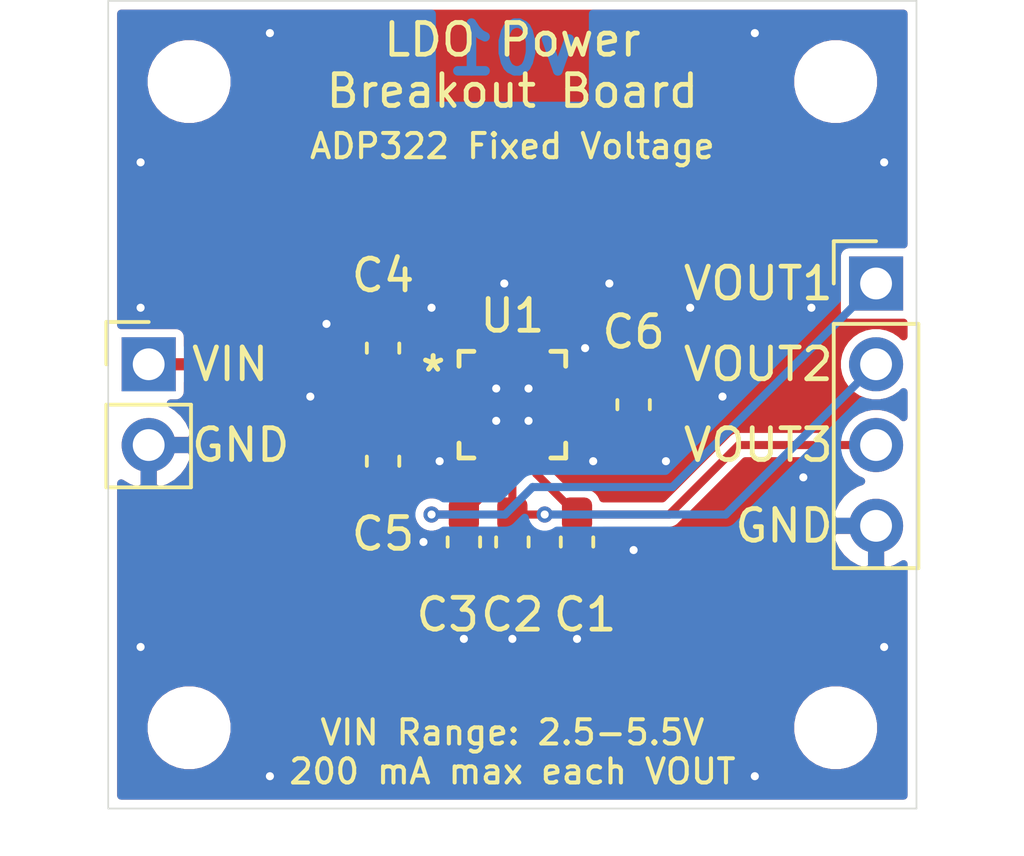
<source format=kicad_pcb>
(kicad_pcb (version 20171130) (host pcbnew "(5.1.10)-1")

  (general
    (thickness 1.6)
    (drawings 14)
    (tracks 87)
    (zones 0)
    (modules 15)
    (nets 12)
  )

  (page A4)
  (title_block
    (title "LDO Power Board")
    (date 2021-05-27)
    (rev v01)
    (comment 2 https://creativecommons.org/licenses/by/4.0/)
    (comment 3 "License: CC BY 4.0")
    (comment 4 "Author: Shawn Hymel")
  )

  (layers
    (0 F.Cu signal)
    (31 B.Cu signal)
    (32 B.Adhes user)
    (33 F.Adhes user)
    (34 B.Paste user)
    (35 F.Paste user)
    (36 B.SilkS user)
    (37 F.SilkS user)
    (38 B.Mask user)
    (39 F.Mask user)
    (40 Dwgs.User user)
    (41 Cmts.User user)
    (42 Eco1.User user)
    (43 Eco2.User user)
    (44 Edge.Cuts user)
    (45 Margin user)
    (46 B.CrtYd user)
    (47 F.CrtYd user)
    (48 B.Fab user)
    (49 F.Fab user)
  )

  (setup
    (last_trace_width 0.254)
    (trace_clearance 0.2032)
    (zone_clearance 0.254)
    (zone_45_only no)
    (trace_min 0.1524)
    (via_size 0.508)
    (via_drill 0.254)
    (via_min_size 0.508)
    (via_min_drill 0.254)
    (uvia_size 0.3)
    (uvia_drill 0.1)
    (uvias_allowed no)
    (uvia_min_size 0.2)
    (uvia_min_drill 0.1)
    (edge_width 0.05)
    (segment_width 0.2)
    (pcb_text_width 0.3)
    (pcb_text_size 1.5 1.5)
    (mod_edge_width 0.12)
    (mod_text_size 1 1)
    (mod_text_width 0.15)
    (pad_size 1.524 1.524)
    (pad_drill 0.762)
    (pad_to_mask_clearance 0)
    (aux_axis_origin 0 0)
    (visible_elements 7FFFFFFF)
    (pcbplotparams
      (layerselection 0x010fc_ffffffff)
      (usegerberextensions true)
      (usegerberattributes true)
      (usegerberadvancedattributes true)
      (creategerberjobfile true)
      (excludeedgelayer true)
      (linewidth 0.100000)
      (plotframeref false)
      (viasonmask false)
      (mode 1)
      (useauxorigin false)
      (hpglpennumber 1)
      (hpglpenspeed 20)
      (hpglpendiameter 15.000000)
      (psnegative false)
      (psa4output false)
      (plotreference true)
      (plotvalue false)
      (plotinvisibletext false)
      (padsonsilk false)
      (subtractmaskfromsilk false)
      (outputformat 1)
      (mirror false)
      (drillshape 0)
      (scaleselection 1)
      (outputdirectory "gerbers/"))
  )

  (net 0 "")
  (net 1 GND)
  (net 2 /VOUT3)
  (net 3 /VOUT2)
  (net 4 /VOUT1)
  (net 5 /VIN)
  (net 6 "Net-(U1-Pad14)")
  (net 7 "Net-(U1-Pad13)")
  (net 8 "Net-(U1-Pad11)")
  (net 9 "Net-(U1-Pad9)")
  (net 10 "Net-(U1-Pad7)")
  (net 11 "Net-(U1-Pad4)")

  (net_class Default "This is the default net class."
    (clearance 0.2032)
    (trace_width 0.254)
    (via_dia 0.508)
    (via_drill 0.254)
    (uvia_dia 0.3)
    (uvia_drill 0.1)
    (add_net /VOUT1)
    (add_net /VOUT2)
    (add_net /VOUT3)
    (add_net GND)
    (add_net "Net-(U1-Pad11)")
    (add_net "Net-(U1-Pad13)")
    (add_net "Net-(U1-Pad14)")
    (add_net "Net-(U1-Pad4)")
    (add_net "Net-(U1-Pad7)")
    (add_net "Net-(U1-Pad9)")
  )

  (net_class Power ""
    (clearance 0.2032)
    (trace_width 0.381)
    (via_dia 0.508)
    (via_drill 0.254)
    (uvia_dia 0.3)
    (uvia_drill 0.1)
    (add_net /VIN)
  )

  (module adp322acpz:ADP322ACPZ-135-R7 (layer F.Cu) (tedit 60B12051) (tstamp 60B09FE7)
    (at 142.24 101.6)
    (path /60B02AFC)
    (fp_text reference U1 (at 0 -2.794) (layer F.SilkS)
      (effects (font (size 1 1) (thickness 0.15)))
    )
    (fp_text value CP_16_22_ADI (at 0 0) (layer F.SilkS) hide
      (effects (font (size 1 1) (thickness 0.15)))
    )
    (fp_text user * (at -1.0414 -1) (layer F.Fab)
      (effects (font (size 1 1) (thickness 0.15)))
    )
    (fp_text user * (at -2.4892 -1) (layer F.SilkS)
      (effects (font (size 1 1) (thickness 0.15)))
    )
    (fp_text user 0.073in/1.854mm (at 3.9751 -0.635) (layer Dwgs.User)
      (effects (font (size 1 1) (thickness 0.15)))
    )
    (fp_text user 0.073in/1.854mm (at 0 3.9751) (layer Dwgs.User)
      (effects (font (size 1 1) (thickness 0.15)))
    )
    (fp_text user 0.114in/2.896mm (at 7.0358 0.635) (layer Dwgs.User)
      (effects (font (size 1 1) (thickness 0.15)))
    )
    (fp_text user 0.114in/2.896mm (at 0 7.0358) (layer Dwgs.User)
      (effects (font (size 1 1) (thickness 0.15)))
    )
    (fp_text user 0.01in/0.254mm (at -4.4958 1.4478) (layer Dwgs.User)
      (effects (font (size 1 1) (thickness 0.15)))
    )
    (fp_text user 0.032in/0.813mm (at -1.4478 -4.4958) (layer Dwgs.User)
      (effects (font (size 1 1) (thickness 0.15)))
    )
    (fp_text user 0.02in/0.5mm (at -3.4798 -0.5) (layer Dwgs.User)
      (effects (font (size 1 1) (thickness 0.15)))
    )
    (fp_text user * (at -1.0414 -1) (layer F.Fab)
      (effects (font (size 1 1) (thickness 0.15)))
    )
    (fp_text user * (at -2.4892 -1) (layer F.SilkS)
      (effects (font (size 1 1) (thickness 0.15)))
    )
    (fp_text user "Copyright 2016 Accelerated Designs. All rights reserved." (at 0 0) (layer Cmts.User) hide
      (effects (font (size 0.127 0.127) (thickness 0.002)))
    )
    (fp_line (start -1.131 1.8034) (end -1.8034 1.8034) (layer F.CrtYd) (width 0.1524))
    (fp_line (start -1.131 2.1082) (end -1.131 1.8034) (layer F.CrtYd) (width 0.1524))
    (fp_line (start 1.131 2.1082) (end -1.131 2.1082) (layer F.CrtYd) (width 0.1524))
    (fp_line (start 1.131 1.8034) (end 1.131 2.1082) (layer F.CrtYd) (width 0.1524))
    (fp_line (start 1.8034 1.8034) (end 1.131 1.8034) (layer F.CrtYd) (width 0.1524))
    (fp_line (start 1.8034 1.131) (end 1.8034 1.8034) (layer F.CrtYd) (width 0.1524))
    (fp_line (start 2.1082 1.131) (end 1.8034 1.131) (layer F.CrtYd) (width 0.1524))
    (fp_line (start 2.1082 -1.131) (end 2.1082 1.131) (layer F.CrtYd) (width 0.1524))
    (fp_line (start 1.8034 -1.131) (end 2.1082 -1.131) (layer F.CrtYd) (width 0.1524))
    (fp_line (start 1.8034 -1.8034) (end 1.8034 -1.131) (layer F.CrtYd) (width 0.1524))
    (fp_line (start 1.131 -1.8034) (end 1.8034 -1.8034) (layer F.CrtYd) (width 0.1524))
    (fp_line (start 1.131 -2.1082) (end 1.131 -1.8034) (layer F.CrtYd) (width 0.1524))
    (fp_line (start -1.131 -2.1082) (end 1.131 -2.1082) (layer F.CrtYd) (width 0.1524))
    (fp_line (start -1.131 -1.8034) (end -1.131 -2.1082) (layer F.CrtYd) (width 0.1524))
    (fp_line (start -1.8034 -1.8034) (end -1.131 -1.8034) (layer F.CrtYd) (width 0.1524))
    (fp_line (start -1.8034 -1.131) (end -1.8034 -1.8034) (layer F.CrtYd) (width 0.1524))
    (fp_line (start -2.1082 -1.131) (end -1.8034 -1.131) (layer F.CrtYd) (width 0.1524))
    (fp_line (start -2.1082 1.131) (end -2.1082 -1.131) (layer F.CrtYd) (width 0.1524))
    (fp_line (start -1.8034 1.131) (end -2.1082 1.131) (layer F.CrtYd) (width 0.1524))
    (fp_line (start -1.8034 1.8034) (end -1.8034 1.131) (layer F.CrtYd) (width 0.1524))
    (fp_line (start -1.209741 -1.6764) (end -1.6764 -1.6764) (layer F.SilkS) (width 0.1524))
    (fp_line (start 1.6764 -1.209741) (end 1.6764 -1.6764) (layer F.SilkS) (width 0.1524))
    (fp_line (start 1.209741 1.6764) (end 1.6764 1.6764) (layer F.SilkS) (width 0.1524))
    (fp_line (start -1.5494 1.5494) (end -1.5494 1.5494) (layer F.Fab) (width 0.1524))
    (fp_line (start -1.5494 -1.5494) (end -1.5494 1.5494) (layer F.Fab) (width 0.1524))
    (fp_line (start -1.5494 -1.5494) (end -1.5494 -1.5494) (layer F.Fab) (width 0.1524))
    (fp_line (start 1.5494 -1.5494) (end -1.5494 -1.5494) (layer F.Fab) (width 0.1524))
    (fp_line (start 1.5494 -1.5494) (end 1.5494 -1.5494) (layer F.Fab) (width 0.1524))
    (fp_line (start 1.5494 1.5494) (end 1.5494 -1.5494) (layer F.Fab) (width 0.1524))
    (fp_line (start 1.5494 1.5494) (end 1.5494 1.5494) (layer F.Fab) (width 0.1524))
    (fp_line (start -1.5494 1.5494) (end 1.5494 1.5494) (layer F.Fab) (width 0.1524))
    (fp_line (start -1.6764 1.209741) (end -1.6764 1.6764) (layer F.SilkS) (width 0.1524))
    (fp_line (start -1.6764 -1.6764) (end -1.6764 -1.209741) (layer F.SilkS) (width 0.1524))
    (fp_line (start 1.6764 -1.6764) (end 1.209741 -1.6764) (layer F.SilkS) (width 0.1524))
    (fp_line (start 1.6764 1.6764) (end 1.6764 1.209741) (layer F.SilkS) (width 0.1524))
    (fp_line (start -1.6764 1.6764) (end -1.209741 1.6764) (layer F.SilkS) (width 0.1524))
    (fp_line (start 1.5494 -0.9024) (end 1.5494 -0.9024) (layer F.Fab) (width 0.1524))
    (fp_line (start 1.5494 -0.5976) (end 1.5494 -0.9024) (layer F.Fab) (width 0.1524))
    (fp_line (start 1.5494 -0.5976) (end 1.5494 -0.5976) (layer F.Fab) (width 0.1524))
    (fp_line (start 1.5494 -0.9024) (end 1.5494 -0.5976) (layer F.Fab) (width 0.1524))
    (fp_line (start 1.5494 -0.4024) (end 1.5494 -0.4024) (layer F.Fab) (width 0.1524))
    (fp_line (start 1.5494 -0.0976) (end 1.5494 -0.4024) (layer F.Fab) (width 0.1524))
    (fp_line (start 1.5494 -0.0976) (end 1.5494 -0.0976) (layer F.Fab) (width 0.1524))
    (fp_line (start 1.5494 -0.4024) (end 1.5494 -0.0976) (layer F.Fab) (width 0.1524))
    (fp_line (start 1.5494 0.0976) (end 1.5494 0.0976) (layer F.Fab) (width 0.1524))
    (fp_line (start 1.5494 0.4024) (end 1.5494 0.0976) (layer F.Fab) (width 0.1524))
    (fp_line (start 1.5494 0.4024) (end 1.5494 0.4024) (layer F.Fab) (width 0.1524))
    (fp_line (start 1.5494 0.0976) (end 1.5494 0.4024) (layer F.Fab) (width 0.1524))
    (fp_line (start 1.5494 0.5976) (end 1.5494 0.5976) (layer F.Fab) (width 0.1524))
    (fp_line (start 1.5494 0.9024) (end 1.5494 0.5976) (layer F.Fab) (width 0.1524))
    (fp_line (start 1.5494 0.9024) (end 1.5494 0.9024) (layer F.Fab) (width 0.1524))
    (fp_line (start 1.5494 0.5976) (end 1.5494 0.9024) (layer F.Fab) (width 0.1524))
    (fp_line (start 0.9024 1.5494) (end 0.9024 1.5494) (layer F.Fab) (width 0.1524))
    (fp_line (start 0.5976 1.5494) (end 0.9024 1.5494) (layer F.Fab) (width 0.1524))
    (fp_line (start 0.5976 1.5494) (end 0.5976 1.5494) (layer F.Fab) (width 0.1524))
    (fp_line (start 0.9024 1.5494) (end 0.5976 1.5494) (layer F.Fab) (width 0.1524))
    (fp_line (start 0.4024 1.5494) (end 0.4024 1.5494) (layer F.Fab) (width 0.1524))
    (fp_line (start 0.0976 1.5494) (end 0.4024 1.5494) (layer F.Fab) (width 0.1524))
    (fp_line (start 0.0976 1.5494) (end 0.0976 1.5494) (layer F.Fab) (width 0.1524))
    (fp_line (start 0.4024 1.5494) (end 0.0976 1.5494) (layer F.Fab) (width 0.1524))
    (fp_line (start -0.0976 1.5494) (end -0.0976 1.5494) (layer F.Fab) (width 0.1524))
    (fp_line (start -0.4024 1.5494) (end -0.0976 1.5494) (layer F.Fab) (width 0.1524))
    (fp_line (start -0.4024 1.5494) (end -0.4024 1.5494) (layer F.Fab) (width 0.1524))
    (fp_line (start -0.0976 1.5494) (end -0.4024 1.5494) (layer F.Fab) (width 0.1524))
    (fp_line (start -0.5976 1.5494) (end -0.5976 1.5494) (layer F.Fab) (width 0.1524))
    (fp_line (start -0.9024 1.5494) (end -0.5976 1.5494) (layer F.Fab) (width 0.1524))
    (fp_line (start -0.9024 1.5494) (end -0.9024 1.5494) (layer F.Fab) (width 0.1524))
    (fp_line (start -0.5976 1.5494) (end -0.9024 1.5494) (layer F.Fab) (width 0.1524))
    (fp_line (start -1.5494 0.9024) (end -1.5494 0.9024) (layer F.Fab) (width 0.1524))
    (fp_line (start -1.5494 0.5976) (end -1.5494 0.9024) (layer F.Fab) (width 0.1524))
    (fp_line (start -1.5494 0.5976) (end -1.5494 0.5976) (layer F.Fab) (width 0.1524))
    (fp_line (start -1.5494 0.9024) (end -1.5494 0.5976) (layer F.Fab) (width 0.1524))
    (fp_line (start -1.5494 0.4024) (end -1.5494 0.4024) (layer F.Fab) (width 0.1524))
    (fp_line (start -1.5494 0.0976) (end -1.5494 0.4024) (layer F.Fab) (width 0.1524))
    (fp_line (start -1.5494 0.0976) (end -1.5494 0.0976) (layer F.Fab) (width 0.1524))
    (fp_line (start -1.5494 0.4024) (end -1.5494 0.0976) (layer F.Fab) (width 0.1524))
    (fp_line (start -1.5494 -0.0976) (end -1.5494 -0.0976) (layer F.Fab) (width 0.1524))
    (fp_line (start -1.5494 -0.4024) (end -1.5494 -0.0976) (layer F.Fab) (width 0.1524))
    (fp_line (start -1.5494 -0.4024) (end -1.5494 -0.4024) (layer F.Fab) (width 0.1524))
    (fp_line (start -1.5494 -0.0976) (end -1.5494 -0.4024) (layer F.Fab) (width 0.1524))
    (fp_line (start -1.5494 -0.5976) (end -1.5494 -0.5976) (layer F.Fab) (width 0.1524))
    (fp_line (start -1.5494 -0.9024) (end -1.5494 -0.5976) (layer F.Fab) (width 0.1524))
    (fp_line (start -1.5494 -0.9024) (end -1.5494 -0.9024) (layer F.Fab) (width 0.1524))
    (fp_line (start -1.5494 -0.5976) (end -1.5494 -0.9024) (layer F.Fab) (width 0.1524))
    (fp_line (start -0.9024 -1.5494) (end -0.9024 -1.5494) (layer F.Fab) (width 0.1524))
    (fp_line (start -0.5976 -1.5494) (end -0.9024 -1.5494) (layer F.Fab) (width 0.1524))
    (fp_line (start -0.5976 -1.5494) (end -0.5976 -1.5494) (layer F.Fab) (width 0.1524))
    (fp_line (start -0.9024 -1.5494) (end -0.5976 -1.5494) (layer F.Fab) (width 0.1524))
    (fp_line (start -0.4024 -1.5494) (end -0.4024 -1.5494) (layer F.Fab) (width 0.1524))
    (fp_line (start -0.0976 -1.5494) (end -0.4024 -1.5494) (layer F.Fab) (width 0.1524))
    (fp_line (start -0.0976 -1.5494) (end -0.0976 -1.5494) (layer F.Fab) (width 0.1524))
    (fp_line (start -0.4024 -1.5494) (end -0.0976 -1.5494) (layer F.Fab) (width 0.1524))
    (fp_line (start 0.0976 -1.5494) (end 0.0976 -1.5494) (layer F.Fab) (width 0.1524))
    (fp_line (start 0.4024 -1.5494) (end 0.0976 -1.5494) (layer F.Fab) (width 0.1524))
    (fp_line (start 0.4024 -1.5494) (end 0.4024 -1.5494) (layer F.Fab) (width 0.1524))
    (fp_line (start 0.0976 -1.5494) (end 0.4024 -1.5494) (layer F.Fab) (width 0.1524))
    (fp_line (start 0.5976 -1.5494) (end 0.5976 -1.5494) (layer F.Fab) (width 0.1524))
    (fp_line (start 0.9024 -1.5494) (end 0.5976 -1.5494) (layer F.Fab) (width 0.1524))
    (fp_line (start 0.9024 -1.5494) (end 0.9024 -1.5494) (layer F.Fab) (width 0.1524))
    (fp_line (start 0.5976 -1.5494) (end 0.9024 -1.5494) (layer F.Fab) (width 0.1524))
    (fp_line (start -1.5494 -0.2794) (end -0.2794 -1.5494) (layer F.Fab) (width 0.1524))
    (pad 17 smd rect (at 0 0) (size 1.8542 1.8542) (layers F.Cu F.Paste F.Mask)
      (net 1 GND))
    (pad 16 smd rect (at -0.750001 -1.4478) (size 0.254 0.8128) (layers F.Cu F.Paste F.Mask)
      (net 5 /VIN))
    (pad 15 smd rect (at -0.25 -1.4478) (size 0.254 0.8128) (layers F.Cu F.Paste F.Mask)
      (net 5 /VIN))
    (pad 14 smd rect (at 0.25 -1.4478) (size 0.254 0.8128) (layers F.Cu F.Paste F.Mask)
      (net 6 "Net-(U1-Pad14)"))
    (pad 13 smd rect (at 0.750001 -1.4478) (size 0.254 0.8128) (layers F.Cu F.Paste F.Mask)
      (net 7 "Net-(U1-Pad13)"))
    (pad 12 smd rect (at 1.4478 -0.750001 90) (size 0.254 0.8128) (layers F.Cu F.Paste F.Mask)
      (net 1 GND))
    (pad 11 smd rect (at 1.4478 -0.25 90) (size 0.254 0.8128) (layers F.Cu F.Paste F.Mask)
      (net 8 "Net-(U1-Pad11)"))
    (pad 10 smd rect (at 1.4478 0.25 90) (size 0.254 0.8128) (layers F.Cu F.Paste F.Mask)
      (net 5 /VIN))
    (pad 9 smd rect (at 1.4478 0.750001 90) (size 0.254 0.8128) (layers F.Cu F.Paste F.Mask)
      (net 9 "Net-(U1-Pad9)"))
    (pad 8 smd rect (at 0.750001 1.4478) (size 0.254 0.8128) (layers F.Cu F.Paste F.Mask)
      (net 2 /VOUT3))
    (pad 7 smd rect (at 0.25 1.4478) (size 0.254 0.8128) (layers F.Cu F.Paste F.Mask)
      (net 10 "Net-(U1-Pad7)"))
    (pad 6 smd rect (at -0.25 1.4478) (size 0.254 0.8128) (layers F.Cu F.Paste F.Mask)
      (net 3 /VOUT2))
    (pad 5 smd rect (at -0.750001 1.4478) (size 0.254 0.8128) (layers F.Cu F.Paste F.Mask)
      (net 4 /VOUT1))
    (pad 4 smd rect (at -1.4478 0.750001 90) (size 0.254 0.8128) (layers F.Cu F.Paste F.Mask)
      (net 11 "Net-(U1-Pad4)"))
    (pad 3 smd rect (at -1.4478 0.25 90) (size 0.254 0.8128) (layers F.Cu F.Paste F.Mask)
      (net 5 /VIN))
    (pad 2 smd rect (at -1.4478 -0.25 90) (size 0.254 0.8128) (layers F.Cu F.Paste F.Mask)
      (net 5 /VIN))
    (pad 1 smd rect (at -1.4478 -0.750001 90) (size 0.254 0.8128) (layers F.Cu F.Paste F.Mask)
      (net 5 /VIN))
  )

  (module MountingHole:MountingHole_2.1mm (layer F.Cu) (tedit 5B924765) (tstamp 60B12FCC)
    (at 152.4 91.44)
    (descr "Mounting Hole 2.1mm, no annular")
    (tags "mounting hole 2.1mm no annular")
    (path /60B201EB)
    (attr virtual)
    (fp_text reference H4 (at 0 -3.2) (layer F.SilkS) hide
      (effects (font (size 1 1) (thickness 0.15)))
    )
    (fp_text value MountingHole (at 0 3.2) (layer F.Fab)
      (effects (font (size 1 1) (thickness 0.15)))
    )
    (fp_text user %R (at 0.3 0) (layer F.Fab)
      (effects (font (size 1 1) (thickness 0.15)))
    )
    (fp_circle (center 0 0) (end 2.1 0) (layer Cmts.User) (width 0.15))
    (fp_circle (center 0 0) (end 2.35 0) (layer F.CrtYd) (width 0.05))
    (pad "" np_thru_hole circle (at 0 0) (size 2.1 2.1) (drill 2.1) (layers *.Cu *.Mask))
  )

  (module MountingHole:MountingHole_2.1mm (layer F.Cu) (tedit 5B924765) (tstamp 60B12FC4)
    (at 152.4 111.76)
    (descr "Mounting Hole 2.1mm, no annular")
    (tags "mounting hole 2.1mm no annular")
    (path /60B2006D)
    (attr virtual)
    (fp_text reference H3 (at 0 -3.2) (layer F.SilkS) hide
      (effects (font (size 1 1) (thickness 0.15)))
    )
    (fp_text value MountingHole (at 0 3.2) (layer F.Fab)
      (effects (font (size 1 1) (thickness 0.15)))
    )
    (fp_text user %R (at 0.3 0) (layer F.Fab)
      (effects (font (size 1 1) (thickness 0.15)))
    )
    (fp_circle (center 0 0) (end 2.1 0) (layer Cmts.User) (width 0.15))
    (fp_circle (center 0 0) (end 2.35 0) (layer F.CrtYd) (width 0.05))
    (pad "" np_thru_hole circle (at 0 0) (size 2.1 2.1) (drill 2.1) (layers *.Cu *.Mask))
  )

  (module Connector_PinHeader_2.54mm:PinHeader_1x04_P2.54mm_Vertical (layer F.Cu) (tedit 59FED5CC) (tstamp 60B092ED)
    (at 153.67 97.79)
    (descr "Through hole straight pin header, 1x04, 2.54mm pitch, single row")
    (tags "Through hole pin header THT 1x04 2.54mm single row")
    (path /60B15016)
    (fp_text reference J2 (at 0 -2.33) (layer F.SilkS) hide
      (effects (font (size 1 1) (thickness 0.15)))
    )
    (fp_text value Conn_01x04 (at 0 9.95) (layer F.Fab)
      (effects (font (size 1 1) (thickness 0.15)))
    )
    (fp_line (start -0.635 -1.27) (end 1.27 -1.27) (layer F.Fab) (width 0.1))
    (fp_line (start 1.27 -1.27) (end 1.27 8.89) (layer F.Fab) (width 0.1))
    (fp_line (start 1.27 8.89) (end -1.27 8.89) (layer F.Fab) (width 0.1))
    (fp_line (start -1.27 8.89) (end -1.27 -0.635) (layer F.Fab) (width 0.1))
    (fp_line (start -1.27 -0.635) (end -0.635 -1.27) (layer F.Fab) (width 0.1))
    (fp_line (start -1.33 8.95) (end 1.33 8.95) (layer F.SilkS) (width 0.12))
    (fp_line (start -1.33 1.27) (end -1.33 8.95) (layer F.SilkS) (width 0.12))
    (fp_line (start 1.33 1.27) (end 1.33 8.95) (layer F.SilkS) (width 0.12))
    (fp_line (start -1.33 1.27) (end 1.33 1.27) (layer F.SilkS) (width 0.12))
    (fp_line (start -1.33 0) (end -1.33 -1.33) (layer F.SilkS) (width 0.12))
    (fp_line (start -1.33 -1.33) (end 0 -1.33) (layer F.SilkS) (width 0.12))
    (fp_line (start -1.8 -1.8) (end -1.8 9.4) (layer F.CrtYd) (width 0.05))
    (fp_line (start -1.8 9.4) (end 1.8 9.4) (layer F.CrtYd) (width 0.05))
    (fp_line (start 1.8 9.4) (end 1.8 -1.8) (layer F.CrtYd) (width 0.05))
    (fp_line (start 1.8 -1.8) (end -1.8 -1.8) (layer F.CrtYd) (width 0.05))
    (fp_text user %R (at 0 3.81 90) (layer F.Fab)
      (effects (font (size 1 1) (thickness 0.15)))
    )
    (pad 4 thru_hole oval (at 0 7.62) (size 1.7 1.7) (drill 1) (layers *.Cu *.Mask)
      (net 1 GND))
    (pad 3 thru_hole oval (at 0 5.08) (size 1.7 1.7) (drill 1) (layers *.Cu *.Mask)
      (net 2 /VOUT3))
    (pad 2 thru_hole oval (at 0 2.54) (size 1.7 1.7) (drill 1) (layers *.Cu *.Mask)
      (net 3 /VOUT2))
    (pad 1 thru_hole rect (at 0 0) (size 1.7 1.7) (drill 1) (layers *.Cu *.Mask)
      (net 4 /VOUT1))
    (model ${KISYS3DMOD}/Connector_PinHeader_2.54mm.3dshapes/PinHeader_1x04_P2.54mm_Vertical.wrl
      (at (xyz 0 0 0))
      (scale (xyz 1 1 1))
      (rotate (xyz 0 0 0))
    )
  )

  (module Connector_PinHeader_2.54mm:PinHeader_1x02_P2.54mm_Vertical (layer F.Cu) (tedit 59FED5CC) (tstamp 60B112BC)
    (at 130.81 100.33)
    (descr "Through hole straight pin header, 1x02, 2.54mm pitch, single row")
    (tags "Through hole pin header THT 1x02 2.54mm single row")
    (path /60B146E0)
    (fp_text reference J1 (at 0 -2.33) (layer F.SilkS) hide
      (effects (font (size 1 1) (thickness 0.15)))
    )
    (fp_text value Conn_01x02 (at 0 4.87) (layer F.Fab)
      (effects (font (size 1 1) (thickness 0.15)))
    )
    (fp_line (start -0.635 -1.27) (end 1.27 -1.27) (layer F.Fab) (width 0.1))
    (fp_line (start 1.27 -1.27) (end 1.27 3.81) (layer F.Fab) (width 0.1))
    (fp_line (start 1.27 3.81) (end -1.27 3.81) (layer F.Fab) (width 0.1))
    (fp_line (start -1.27 3.81) (end -1.27 -0.635) (layer F.Fab) (width 0.1))
    (fp_line (start -1.27 -0.635) (end -0.635 -1.27) (layer F.Fab) (width 0.1))
    (fp_line (start -1.33 3.87) (end 1.33 3.87) (layer F.SilkS) (width 0.12))
    (fp_line (start -1.33 1.27) (end -1.33 3.87) (layer F.SilkS) (width 0.12))
    (fp_line (start 1.33 1.27) (end 1.33 3.87) (layer F.SilkS) (width 0.12))
    (fp_line (start -1.33 1.27) (end 1.33 1.27) (layer F.SilkS) (width 0.12))
    (fp_line (start -1.33 0) (end -1.33 -1.33) (layer F.SilkS) (width 0.12))
    (fp_line (start -1.33 -1.33) (end 0 -1.33) (layer F.SilkS) (width 0.12))
    (fp_line (start -1.8 -1.8) (end -1.8 4.35) (layer F.CrtYd) (width 0.05))
    (fp_line (start -1.8 4.35) (end 1.8 4.35) (layer F.CrtYd) (width 0.05))
    (fp_line (start 1.8 4.35) (end 1.8 -1.8) (layer F.CrtYd) (width 0.05))
    (fp_line (start 1.8 -1.8) (end -1.8 -1.8) (layer F.CrtYd) (width 0.05))
    (fp_text user %R (at 0 1.27 90) (layer F.Fab)
      (effects (font (size 1 1) (thickness 0.15)))
    )
    (pad 2 thru_hole oval (at 0 2.54) (size 1.7 1.7) (drill 1) (layers *.Cu *.Mask)
      (net 1 GND))
    (pad 1 thru_hole rect (at 0 0) (size 1.7 1.7) (drill 1) (layers *.Cu *.Mask)
      (net 5 /VIN))
    (model ${KISYS3DMOD}/Connector_PinHeader_2.54mm.3dshapes/PinHeader_1x02_P2.54mm_Vertical.wrl
      (at (xyz 0 0 0))
      (scale (xyz 1 1 1))
      (rotate (xyz 0 0 0))
    )
  )

  (module MountingHole:MountingHole_2.1mm (layer F.Cu) (tedit 5B924765) (tstamp 60B13213)
    (at 132.08 111.76)
    (descr "Mounting Hole 2.1mm, no annular")
    (tags "mounting hole 2.1mm no annular")
    (path /60B1CB92)
    (attr virtual)
    (fp_text reference H2 (at 0 -3.2) (layer F.SilkS) hide
      (effects (font (size 1 1) (thickness 0.15)))
    )
    (fp_text value MountingHole (at 0 3.2) (layer F.Fab)
      (effects (font (size 1 1) (thickness 0.15)))
    )
    (fp_circle (center 0 0) (end 2.1 0) (layer Cmts.User) (width 0.15))
    (fp_circle (center 0 0) (end 2.35 0) (layer F.CrtYd) (width 0.05))
    (fp_text user %R (at 0.3 0) (layer F.Fab)
      (effects (font (size 1 1) (thickness 0.15)))
    )
    (pad "" np_thru_hole circle (at 0 0) (size 2.1 2.1) (drill 2.1) (layers *.Cu *.Mask))
  )

  (module MountingHole:MountingHole_2.1mm (layer F.Cu) (tedit 5B924765) (tstamp 60B0A1B5)
    (at 132.08 91.44)
    (descr "Mounting Hole 2.1mm, no annular")
    (tags "mounting hole 2.1mm no annular")
    (path /60B1C3FC)
    (attr virtual)
    (fp_text reference H1 (at 0 -3.2) (layer F.SilkS) hide
      (effects (font (size 1 1) (thickness 0.15)))
    )
    (fp_text value MountingHole (at 0 3.2) (layer F.Fab)
      (effects (font (size 1 1) (thickness 0.15)))
    )
    (fp_circle (center 0 0) (end 2.1 0) (layer Cmts.User) (width 0.15))
    (fp_circle (center 0 0) (end 2.35 0) (layer F.CrtYd) (width 0.05))
    (fp_text user %R (at 0.3 0) (layer F.Fab)
      (effects (font (size 1 1) (thickness 0.15)))
    )
    (pad "" np_thru_hole circle (at 0 0) (size 2.1 2.1) (drill 2.1) (layers *.Cu *.Mask))
  )

  (module Fiducial:Fiducial_1mm_Mask2mm (layer F.Cu) (tedit 5C18CB26) (tstamp 60B1A2E9)
    (at 149.86 107.95)
    (descr "Circular Fiducial, 1mm bare copper, 2mm soldermask opening (Level A)")
    (tags fiducial)
    (path /60B1BD73)
    (attr smd)
    (fp_text reference FID2 (at 0 -2) (layer F.SilkS) hide
      (effects (font (size 1 1) (thickness 0.15)))
    )
    (fp_text value Fiducial (at 0 2) (layer F.Fab)
      (effects (font (size 1 1) (thickness 0.15)))
    )
    (fp_circle (center 0 0) (end 1 0) (layer F.Fab) (width 0.1))
    (fp_circle (center 0 0) (end 1.25 0) (layer F.CrtYd) (width 0.05))
    (fp_text user %R (at 0 0) (layer F.Fab)
      (effects (font (size 0.4 0.4) (thickness 0.06)))
    )
    (pad "" smd circle (at 0 0) (size 1 1) (layers F.Cu F.Mask)
      (solder_mask_margin 0.5) (clearance 0.5))
  )

  (module Fiducial:Fiducial_1mm_Mask2mm (layer F.Cu) (tedit 5C18CB26) (tstamp 60B1316B)
    (at 134.62 95.25)
    (descr "Circular Fiducial, 1mm bare copper, 2mm soldermask opening (Level A)")
    (tags fiducial)
    (path /60B1B68A)
    (attr smd)
    (fp_text reference FID1 (at 0 -2) (layer F.SilkS) hide
      (effects (font (size 1 1) (thickness 0.15)))
    )
    (fp_text value Fiducial (at 0 2) (layer F.Fab)
      (effects (font (size 1 1) (thickness 0.15)))
    )
    (fp_circle (center 0 0) (end 1 0) (layer F.Fab) (width 0.1))
    (fp_circle (center 0 0) (end 1.25 0) (layer F.CrtYd) (width 0.05))
    (fp_text user %R (at 0 0) (layer F.Fab)
      (effects (font (size 0.4 0.4) (thickness 0.06)))
    )
    (pad "" smd circle (at 0 0) (size 1 1) (layers F.Cu F.Mask)
      (solder_mask_margin 0.5) (clearance 0.5))
  )

  (module Capacitor_SMD:C_0603_1608Metric_Pad1.08x0.95mm_HandSolder (layer F.Cu) (tedit 5F68FEEF) (tstamp 60B0929F)
    (at 146.05 101.6 90)
    (descr "Capacitor SMD 0603 (1608 Metric), square (rectangular) end terminal, IPC_7351 nominal with elongated pad for handsoldering. (Body size source: IPC-SM-782 page 76, https://www.pcb-3d.com/wordpress/wp-content/uploads/ipc-sm-782a_amendment_1_and_2.pdf), generated with kicad-footprint-generator")
    (tags "capacitor handsolder")
    (path /60B05844)
    (attr smd)
    (fp_text reference C6 (at 2.286 0 180) (layer F.SilkS)
      (effects (font (size 1 1) (thickness 0.15)))
    )
    (fp_text value 1uF (at 0 1.43 90) (layer F.Fab)
      (effects (font (size 1 1) (thickness 0.15)))
    )
    (fp_line (start -0.8 0.4) (end -0.8 -0.4) (layer F.Fab) (width 0.1))
    (fp_line (start -0.8 -0.4) (end 0.8 -0.4) (layer F.Fab) (width 0.1))
    (fp_line (start 0.8 -0.4) (end 0.8 0.4) (layer F.Fab) (width 0.1))
    (fp_line (start 0.8 0.4) (end -0.8 0.4) (layer F.Fab) (width 0.1))
    (fp_line (start -0.146267 -0.51) (end 0.146267 -0.51) (layer F.SilkS) (width 0.12))
    (fp_line (start -0.146267 0.51) (end 0.146267 0.51) (layer F.SilkS) (width 0.12))
    (fp_line (start -1.65 0.73) (end -1.65 -0.73) (layer F.CrtYd) (width 0.05))
    (fp_line (start -1.65 -0.73) (end 1.65 -0.73) (layer F.CrtYd) (width 0.05))
    (fp_line (start 1.65 -0.73) (end 1.65 0.73) (layer F.CrtYd) (width 0.05))
    (fp_line (start 1.65 0.73) (end -1.65 0.73) (layer F.CrtYd) (width 0.05))
    (fp_text user %R (at 0 0 90) (layer F.Fab)
      (effects (font (size 0.4 0.4) (thickness 0.06)))
    )
    (pad 2 smd roundrect (at 0.8625 0 90) (size 1.075 0.95) (layers F.Cu F.Paste F.Mask) (roundrect_rratio 0.25)
      (net 1 GND))
    (pad 1 smd roundrect (at -0.8625 0 90) (size 1.075 0.95) (layers F.Cu F.Paste F.Mask) (roundrect_rratio 0.25)
      (net 5 /VIN))
    (model ${KISYS3DMOD}/Capacitor_SMD.3dshapes/C_0603_1608Metric.wrl
      (at (xyz 0 0 0))
      (scale (xyz 1 1 1))
      (rotate (xyz 0 0 0))
    )
  )

  (module Capacitor_SMD:C_0603_1608Metric_Pad1.08x0.95mm_HandSolder (layer F.Cu) (tedit 5F68FEEF) (tstamp 60B0928E)
    (at 138.176 103.378 270)
    (descr "Capacitor SMD 0603 (1608 Metric), square (rectangular) end terminal, IPC_7351 nominal with elongated pad for handsoldering. (Body size source: IPC-SM-782 page 76, https://www.pcb-3d.com/wordpress/wp-content/uploads/ipc-sm-782a_amendment_1_and_2.pdf), generated with kicad-footprint-generator")
    (tags "capacitor handsolder")
    (path /60B04420)
    (attr smd)
    (fp_text reference C5 (at 2.286 0 180) (layer F.SilkS)
      (effects (font (size 1 1) (thickness 0.15)))
    )
    (fp_text value 1uF (at 0 1.43 90) (layer F.Fab)
      (effects (font (size 1 1) (thickness 0.15)))
    )
    (fp_line (start -0.8 0.4) (end -0.8 -0.4) (layer F.Fab) (width 0.1))
    (fp_line (start -0.8 -0.4) (end 0.8 -0.4) (layer F.Fab) (width 0.1))
    (fp_line (start 0.8 -0.4) (end 0.8 0.4) (layer F.Fab) (width 0.1))
    (fp_line (start 0.8 0.4) (end -0.8 0.4) (layer F.Fab) (width 0.1))
    (fp_line (start -0.146267 -0.51) (end 0.146267 -0.51) (layer F.SilkS) (width 0.12))
    (fp_line (start -0.146267 0.51) (end 0.146267 0.51) (layer F.SilkS) (width 0.12))
    (fp_line (start -1.65 0.73) (end -1.65 -0.73) (layer F.CrtYd) (width 0.05))
    (fp_line (start -1.65 -0.73) (end 1.65 -0.73) (layer F.CrtYd) (width 0.05))
    (fp_line (start 1.65 -0.73) (end 1.65 0.73) (layer F.CrtYd) (width 0.05))
    (fp_line (start 1.65 0.73) (end -1.65 0.73) (layer F.CrtYd) (width 0.05))
    (fp_text user %R (at 0 0 90) (layer F.Fab)
      (effects (font (size 0.4 0.4) (thickness 0.06)))
    )
    (pad 2 smd roundrect (at 0.8625 0 270) (size 1.075 0.95) (layers F.Cu F.Paste F.Mask) (roundrect_rratio 0.25)
      (net 1 GND))
    (pad 1 smd roundrect (at -0.8625 0 270) (size 1.075 0.95) (layers F.Cu F.Paste F.Mask) (roundrect_rratio 0.25)
      (net 5 /VIN))
    (model ${KISYS3DMOD}/Capacitor_SMD.3dshapes/C_0603_1608Metric.wrl
      (at (xyz 0 0 0))
      (scale (xyz 1 1 1))
      (rotate (xyz 0 0 0))
    )
  )

  (module Capacitor_SMD:C_0603_1608Metric_Pad1.08x0.95mm_HandSolder (layer F.Cu) (tedit 5F68FEEF) (tstamp 60B0927D)
    (at 138.176 99.822 90)
    (descr "Capacitor SMD 0603 (1608 Metric), square (rectangular) end terminal, IPC_7351 nominal with elongated pad for handsoldering. (Body size source: IPC-SM-782 page 76, https://www.pcb-3d.com/wordpress/wp-content/uploads/ipc-sm-782a_amendment_1_and_2.pdf), generated with kicad-footprint-generator")
    (tags "capacitor handsolder")
    (path /60B048DF)
    (attr smd)
    (fp_text reference C4 (at 2.286 0 180) (layer F.SilkS)
      (effects (font (size 1 1) (thickness 0.15)))
    )
    (fp_text value 1uF (at 0 1.43 90) (layer F.Fab)
      (effects (font (size 1 1) (thickness 0.15)))
    )
    (fp_line (start -0.8 0.4) (end -0.8 -0.4) (layer F.Fab) (width 0.1))
    (fp_line (start -0.8 -0.4) (end 0.8 -0.4) (layer F.Fab) (width 0.1))
    (fp_line (start 0.8 -0.4) (end 0.8 0.4) (layer F.Fab) (width 0.1))
    (fp_line (start 0.8 0.4) (end -0.8 0.4) (layer F.Fab) (width 0.1))
    (fp_line (start -0.146267 -0.51) (end 0.146267 -0.51) (layer F.SilkS) (width 0.12))
    (fp_line (start -0.146267 0.51) (end 0.146267 0.51) (layer F.SilkS) (width 0.12))
    (fp_line (start -1.65 0.73) (end -1.65 -0.73) (layer F.CrtYd) (width 0.05))
    (fp_line (start -1.65 -0.73) (end 1.65 -0.73) (layer F.CrtYd) (width 0.05))
    (fp_line (start 1.65 -0.73) (end 1.65 0.73) (layer F.CrtYd) (width 0.05))
    (fp_line (start 1.65 0.73) (end -1.65 0.73) (layer F.CrtYd) (width 0.05))
    (fp_text user %R (at 0 0 90) (layer F.Fab)
      (effects (font (size 0.4 0.4) (thickness 0.06)))
    )
    (pad 2 smd roundrect (at 0.8625 0 90) (size 1.075 0.95) (layers F.Cu F.Paste F.Mask) (roundrect_rratio 0.25)
      (net 1 GND))
    (pad 1 smd roundrect (at -0.8625 0 90) (size 1.075 0.95) (layers F.Cu F.Paste F.Mask) (roundrect_rratio 0.25)
      (net 5 /VIN))
    (model ${KISYS3DMOD}/Capacitor_SMD.3dshapes/C_0603_1608Metric.wrl
      (at (xyz 0 0 0))
      (scale (xyz 1 1 1))
      (rotate (xyz 0 0 0))
    )
  )

  (module Capacitor_SMD:C_0603_1608Metric_Pad1.08x0.95mm_HandSolder (layer F.Cu) (tedit 5F68FEEF) (tstamp 60B0926C)
    (at 140.716 105.918 270)
    (descr "Capacitor SMD 0603 (1608 Metric), square (rectangular) end terminal, IPC_7351 nominal with elongated pad for handsoldering. (Body size source: IPC-SM-782 page 76, https://www.pcb-3d.com/wordpress/wp-content/uploads/ipc-sm-782a_amendment_1_and_2.pdf), generated with kicad-footprint-generator")
    (tags "capacitor handsolder")
    (path /60B04D56)
    (attr smd)
    (fp_text reference C3 (at 2.286 0.508 180) (layer F.SilkS)
      (effects (font (size 1 1) (thickness 0.15)))
    )
    (fp_text value 1uF (at 0 1.43 90) (layer F.Fab)
      (effects (font (size 1 1) (thickness 0.15)))
    )
    (fp_line (start -0.8 0.4) (end -0.8 -0.4) (layer F.Fab) (width 0.1))
    (fp_line (start -0.8 -0.4) (end 0.8 -0.4) (layer F.Fab) (width 0.1))
    (fp_line (start 0.8 -0.4) (end 0.8 0.4) (layer F.Fab) (width 0.1))
    (fp_line (start 0.8 0.4) (end -0.8 0.4) (layer F.Fab) (width 0.1))
    (fp_line (start -0.146267 -0.51) (end 0.146267 -0.51) (layer F.SilkS) (width 0.12))
    (fp_line (start -0.146267 0.51) (end 0.146267 0.51) (layer F.SilkS) (width 0.12))
    (fp_line (start -1.65 0.73) (end -1.65 -0.73) (layer F.CrtYd) (width 0.05))
    (fp_line (start -1.65 -0.73) (end 1.65 -0.73) (layer F.CrtYd) (width 0.05))
    (fp_line (start 1.65 -0.73) (end 1.65 0.73) (layer F.CrtYd) (width 0.05))
    (fp_line (start 1.65 0.73) (end -1.65 0.73) (layer F.CrtYd) (width 0.05))
    (fp_text user %R (at 0 0 90) (layer F.Fab)
      (effects (font (size 0.4 0.4) (thickness 0.06)))
    )
    (pad 2 smd roundrect (at 0.8625 0 270) (size 1.075 0.95) (layers F.Cu F.Paste F.Mask) (roundrect_rratio 0.25)
      (net 1 GND))
    (pad 1 smd roundrect (at -0.8625 0 270) (size 1.075 0.95) (layers F.Cu F.Paste F.Mask) (roundrect_rratio 0.25)
      (net 4 /VOUT1))
    (model ${KISYS3DMOD}/Capacitor_SMD.3dshapes/C_0603_1608Metric.wrl
      (at (xyz 0 0 0))
      (scale (xyz 1 1 1))
      (rotate (xyz 0 0 0))
    )
  )

  (module Capacitor_SMD:C_0603_1608Metric_Pad1.08x0.95mm_HandSolder (layer F.Cu) (tedit 5F68FEEF) (tstamp 60B120AF)
    (at 142.24 105.918 270)
    (descr "Capacitor SMD 0603 (1608 Metric), square (rectangular) end terminal, IPC_7351 nominal with elongated pad for handsoldering. (Body size source: IPC-SM-782 page 76, https://www.pcb-3d.com/wordpress/wp-content/uploads/ipc-sm-782a_amendment_1_and_2.pdf), generated with kicad-footprint-generator")
    (tags "capacitor handsolder")
    (path /60B03C84)
    (attr smd)
    (fp_text reference C2 (at 2.286 0 180) (layer F.SilkS)
      (effects (font (size 1 1) (thickness 0.15)))
    )
    (fp_text value 1uF (at 0 1.43 90) (layer F.Fab)
      (effects (font (size 1 1) (thickness 0.15)))
    )
    (fp_line (start -0.8 0.4) (end -0.8 -0.4) (layer F.Fab) (width 0.1))
    (fp_line (start -0.8 -0.4) (end 0.8 -0.4) (layer F.Fab) (width 0.1))
    (fp_line (start 0.8 -0.4) (end 0.8 0.4) (layer F.Fab) (width 0.1))
    (fp_line (start 0.8 0.4) (end -0.8 0.4) (layer F.Fab) (width 0.1))
    (fp_line (start -0.146267 -0.51) (end 0.146267 -0.51) (layer F.SilkS) (width 0.12))
    (fp_line (start -0.146267 0.51) (end 0.146267 0.51) (layer F.SilkS) (width 0.12))
    (fp_line (start -1.65 0.73) (end -1.65 -0.73) (layer F.CrtYd) (width 0.05))
    (fp_line (start -1.65 -0.73) (end 1.65 -0.73) (layer F.CrtYd) (width 0.05))
    (fp_line (start 1.65 -0.73) (end 1.65 0.73) (layer F.CrtYd) (width 0.05))
    (fp_line (start 1.65 0.73) (end -1.65 0.73) (layer F.CrtYd) (width 0.05))
    (fp_text user %R (at 0 0 90) (layer F.Fab)
      (effects (font (size 0.4 0.4) (thickness 0.06)))
    )
    (pad 2 smd roundrect (at 0.8625 0 270) (size 1.075 0.95) (layers F.Cu F.Paste F.Mask) (roundrect_rratio 0.25)
      (net 1 GND))
    (pad 1 smd roundrect (at -0.8625 0 270) (size 1.075 0.95) (layers F.Cu F.Paste F.Mask) (roundrect_rratio 0.25)
      (net 3 /VOUT2))
    (model ${KISYS3DMOD}/Capacitor_SMD.3dshapes/C_0603_1608Metric.wrl
      (at (xyz 0 0 0))
      (scale (xyz 1 1 1))
      (rotate (xyz 0 0 0))
    )
  )

  (module Capacitor_SMD:C_0603_1608Metric_Pad1.08x0.95mm_HandSolder (layer F.Cu) (tedit 5F68FEEF) (tstamp 60B12727)
    (at 144.272 105.918 270)
    (descr "Capacitor SMD 0603 (1608 Metric), square (rectangular) end terminal, IPC_7351 nominal with elongated pad for handsoldering. (Body size source: IPC-SM-782 page 76, https://www.pcb-3d.com/wordpress/wp-content/uploads/ipc-sm-782a_amendment_1_and_2.pdf), generated with kicad-footprint-generator")
    (tags "capacitor handsolder")
    (path /60B05517)
    (attr smd)
    (fp_text reference C1 (at 2.286 -0.254 180) (layer F.SilkS)
      (effects (font (size 1 1) (thickness 0.15)))
    )
    (fp_text value 1uF (at 0 1.43 90) (layer F.Fab)
      (effects (font (size 1 1) (thickness 0.15)))
    )
    (fp_line (start -0.8 0.4) (end -0.8 -0.4) (layer F.Fab) (width 0.1))
    (fp_line (start -0.8 -0.4) (end 0.8 -0.4) (layer F.Fab) (width 0.1))
    (fp_line (start 0.8 -0.4) (end 0.8 0.4) (layer F.Fab) (width 0.1))
    (fp_line (start 0.8 0.4) (end -0.8 0.4) (layer F.Fab) (width 0.1))
    (fp_line (start -0.146267 -0.51) (end 0.146267 -0.51) (layer F.SilkS) (width 0.12))
    (fp_line (start -0.146267 0.51) (end 0.146267 0.51) (layer F.SilkS) (width 0.12))
    (fp_line (start -1.65 0.73) (end -1.65 -0.73) (layer F.CrtYd) (width 0.05))
    (fp_line (start -1.65 -0.73) (end 1.65 -0.73) (layer F.CrtYd) (width 0.05))
    (fp_line (start 1.65 -0.73) (end 1.65 0.73) (layer F.CrtYd) (width 0.05))
    (fp_line (start 1.65 0.73) (end -1.65 0.73) (layer F.CrtYd) (width 0.05))
    (fp_text user %R (at 0 0 90) (layer F.Fab)
      (effects (font (size 0.4 0.4) (thickness 0.06)))
    )
    (pad 2 smd roundrect (at 0.8625 0 270) (size 1.075 0.95) (layers F.Cu F.Paste F.Mask) (roundrect_rratio 0.25)
      (net 1 GND))
    (pad 1 smd roundrect (at -0.8625 0 270) (size 1.075 0.95) (layers F.Cu F.Paste F.Mask) (roundrect_rratio 0.25)
      (net 2 /VOUT3))
    (model ${KISYS3DMOD}/Capacitor_SMD.3dshapes/C_0603_1608Metric.wrl
      (at (xyz 0 0 0))
      (scale (xyz 1 1 1))
      (rotate (xyz 0 0 0))
    )
  )

  (gr_text VOUT3 (at 152.4 102.87) (layer F.SilkS)
    (effects (font (size 1 1) (thickness 0.15)) (justify right))
  )
  (gr_text VOUT2 (at 152.4 100.33) (layer F.SilkS)
    (effects (font (size 1 1) (thickness 0.15)) (justify right))
  )
  (gr_text VOUT1 (at 152.4 97.79) (layer F.SilkS)
    (effects (font (size 1 1) (thickness 0.15)) (justify right))
  )
  (gr_text GND (at 152.4 105.41) (layer F.SilkS)
    (effects (font (size 1 1) (thickness 0.15)) (justify right))
  )
  (gr_text GND (at 132.08 102.87) (layer F.SilkS)
    (effects (font (size 1 1) (thickness 0.15)) (justify left))
  )
  (gr_text VIN (at 132.08 100.33) (layer F.SilkS)
    (effects (font (size 1 1) (thickness 0.15)) (justify left))
  )
  (gr_text "ADP322 Fixed Voltage" (at 142.24 93.472) (layer F.SilkS) (tstamp 60B1A1DB)
    (effects (font (size 0.762 0.762) (thickness 0.127)))
  )
  (gr_text "VIN Range: 2.5-5.5V\n200 mA max each VOUT" (at 142.24 112.522) (layer F.SilkS)
    (effects (font (size 0.762 0.762) (thickness 0.127)))
  )
  (gr_text "LDO Power\nBreakout Board" (at 142.24 90.932) (layer F.SilkS)
    (effects (font (size 1 1) (thickness 0.15)))
  )
  (gr_text v01 (at 142.24 90.424) (layer B.Cu)
    (effects (font (size 1.5 1.5) (thickness 0.3)) (justify mirror))
  )
  (gr_line (start 129.54 114.3) (end 129.54 88.9) (layer Edge.Cuts) (width 0.05) (tstamp 60B09E7F))
  (gr_line (start 154.94 88.9) (end 154.94 114.3) (layer Edge.Cuts) (width 0.05))
  (gr_line (start 154.94 114.3) (end 129.54 114.3) (layer Edge.Cuts) (width 0.05))
  (gr_line (start 129.54 88.9) (end 154.94 88.9) (layer Edge.Cuts) (width 0.05))

  (via (at 141.732 102.108) (size 0.508) (drill 0.254) (layers F.Cu B.Cu) (net 1))
  (via (at 142.748 102.108) (size 0.508) (drill 0.254) (layers F.Cu B.Cu) (net 1))
  (via (at 142.748 101.092) (size 0.508) (drill 0.254) (layers F.Cu B.Cu) (net 1))
  (via (at 141.732 101.092) (size 0.508) (drill 0.254) (layers F.Cu B.Cu) (net 1))
  (segment (start 142.947201 100.892799) (end 142.748 101.092) (width 0.254) (layer F.Cu) (net 1))
  (segment (start 143.419964 100.849999) (end 143.377164 100.892799) (width 0.254) (layer F.Cu) (net 1))
  (segment (start 143.377164 100.892799) (end 142.947201 100.892799) (width 0.254) (layer F.Cu) (net 1))
  (segment (start 143.6878 100.849999) (end 143.419964 100.849999) (width 0.254) (layer F.Cu) (net 1))
  (via (at 144.526 99.822) (size 0.508) (drill 0.254) (layers F.Cu B.Cu) (net 1))
  (via (at 144.78 103.378) (size 0.508) (drill 0.254) (layers F.Cu B.Cu) (net 1))
  (via (at 139.954 103.378) (size 0.508) (drill 0.254) (layers F.Cu B.Cu) (net 1))
  (via (at 139.7 98.552) (size 0.508) (drill 0.254) (layers F.Cu B.Cu) (net 1))
  (via (at 148.844 101.346) (size 0.508) (drill 0.254) (layers F.Cu B.Cu) (net 1))
  (via (at 147.828 98.552) (size 0.508) (drill 0.254) (layers F.Cu B.Cu) (net 1))
  (via (at 145.288 97.79) (size 0.508) (drill 0.254) (layers F.Cu B.Cu) (net 1))
  (via (at 141.986 97.79) (size 0.508) (drill 0.254) (layers F.Cu B.Cu) (net 1))
  (via (at 136.398 99.06) (size 0.508) (drill 0.254) (layers F.Cu B.Cu) (net 1))
  (via (at 135.89 101.346) (size 0.508) (drill 0.254) (layers F.Cu B.Cu) (net 1))
  (via (at 139.446 105.918) (size 0.508) (drill 0.254) (layers F.Cu B.Cu) (net 1))
  (via (at 146.05 106.172) (size 0.508) (drill 0.254) (layers F.Cu B.Cu) (net 1))
  (via (at 140.716 108.966) (size 0.508) (drill 0.254) (layers F.Cu B.Cu) (net 1))
  (via (at 142.24 108.966) (size 0.508) (drill 0.254) (layers F.Cu B.Cu) (net 1))
  (via (at 144.272 108.966) (size 0.508) (drill 0.254) (layers F.Cu B.Cu) (net 1))
  (via (at 147.066 103.378) (size 0.508) (drill 0.254) (layers F.Cu B.Cu) (net 1))
  (via (at 151.384 103.886) (size 0.508) (drill 0.254) (layers F.Cu B.Cu) (net 1))
  (via (at 151.638 98.552) (size 0.508) (drill 0.254) (layers F.Cu B.Cu) (net 1))
  (via (at 130.556 109.22) (size 0.508) (drill 0.254) (layers F.Cu B.Cu) (net 1))
  (via (at 134.62 113.284) (size 0.508) (drill 0.254) (layers F.Cu B.Cu) (net 1))
  (via (at 130.556 93.98) (size 0.508) (drill 0.254) (layers F.Cu B.Cu) (net 1))
  (via (at 134.62 89.916) (size 0.508) (drill 0.254) (layers F.Cu B.Cu) (net 1))
  (via (at 130.556 98.552) (size 0.508) (drill 0.254) (layers F.Cu B.Cu) (net 1))
  (via (at 153.924 109.22) (size 0.508) (drill 0.254) (layers F.Cu B.Cu) (net 1))
  (via (at 153.924 93.98) (size 0.508) (drill 0.254) (layers F.Cu B.Cu) (net 1))
  (via (at 149.86 89.916) (size 0.508) (drill 0.254) (layers F.Cu B.Cu) (net 1))
  (via (at 149.86 113.284) (size 0.508) (drill 0.254) (layers F.Cu B.Cu) (net 1))
  (segment (start 149.352 102.87) (end 153.67 102.87) (width 0.254) (layer F.Cu) (net 2))
  (segment (start 147.1665 105.0555) (end 149.352 102.87) (width 0.254) (layer F.Cu) (net 2))
  (segment (start 142.990001 103.773501) (end 144.272 105.0555) (width 0.254) (layer F.Cu) (net 2))
  (segment (start 142.990001 103.0478) (end 142.990001 103.773501) (width 0.254) (layer F.Cu) (net 2))
  (segment (start 147.1665 105.0555) (end 144.272 105.0555) (width 0.254) (layer F.Cu) (net 2))
  (segment (start 141.99 103.0478) (end 141.99 103.89) (width 0.254) (layer F.Cu) (net 3))
  (segment (start 142.24 104.14) (end 142.24 105.0555) (width 0.254) (layer F.Cu) (net 3))
  (segment (start 141.99 103.89) (end 142.24 104.14) (width 0.254) (layer F.Cu) (net 3))
  (via (at 143.256 105.0544) (size 0.508) (drill 0.254) (layers F.Cu B.Cu) (net 3))
  (segment (start 143.2549 105.0555) (end 143.256 105.0544) (width 0.254) (layer F.Cu) (net 3))
  (segment (start 142.24 105.0555) (end 143.2549 105.0555) (width 0.254) (layer F.Cu) (net 3))
  (segment (start 148.9456 105.0544) (end 143.256 105.0544) (width 0.254) (layer B.Cu) (net 3))
  (segment (start 153.67 100.33) (end 148.9456 105.0544) (width 0.254) (layer B.Cu) (net 3))
  (segment (start 141.489999 104.281501) (end 140.716 105.0555) (width 0.254) (layer F.Cu) (net 4))
  (segment (start 141.489999 103.0478) (end 141.489999 104.281501) (width 0.254) (layer F.Cu) (net 4))
  (via (at 139.7 105.0544) (size 0.508) (drill 0.254) (layers F.Cu B.Cu) (net 4))
  (segment (start 139.7011 105.0555) (end 139.7 105.0544) (width 0.254) (layer F.Cu) (net 4))
  (segment (start 140.716 105.0555) (end 139.7011 105.0555) (width 0.254) (layer F.Cu) (net 4))
  (segment (start 139.7 105.0544) (end 142.0114 105.0544) (width 0.254) (layer B.Cu) (net 4))
  (segment (start 142.0114 105.0544) (end 142.875 104.1908) (width 0.254) (layer B.Cu) (net 4))
  (segment (start 147.2692 104.1908) (end 153.67 97.79) (width 0.254) (layer B.Cu) (net 4))
  (segment (start 142.875 104.1908) (end 147.2692 104.1908) (width 0.254) (layer B.Cu) (net 4))
  (segment (start 138.176 100.6845) (end 137.0065 100.6845) (width 0.381) (layer F.Cu) (net 5))
  (segment (start 136.652 100.33) (end 130.81 100.33) (width 0.381) (layer F.Cu) (net 5))
  (segment (start 137.0065 100.6845) (end 136.652 100.33) (width 0.381) (layer F.Cu) (net 5))
  (segment (start 137.0065 100.6845) (end 137.0065 102.2085) (width 0.381) (layer F.Cu) (net 5))
  (segment (start 137.3135 102.5155) (end 138.176 102.5155) (width 0.381) (layer F.Cu) (net 5))
  (segment (start 137.0065 102.2085) (end 137.3135 102.5155) (width 0.381) (layer F.Cu) (net 5))
  (segment (start 138.176 102.5155) (end 139.1909 102.5155) (width 0.254) (layer F.Cu) (net 5))
  (segment (start 139.8564 101.85) (end 139.1909 102.5155) (width 0.254) (layer F.Cu) (net 5))
  (segment (start 140.7922 101.85) (end 139.8564 101.85) (width 0.254) (layer F.Cu) (net 5))
  (segment (start 138.176 100.6845) (end 139.0915 100.6845) (width 0.381) (layer F.Cu) (net 5))
  (segment (start 139.757 101.35) (end 139.0915 100.6845) (width 0.254) (layer F.Cu) (net 5))
  (segment (start 140.7922 101.35) (end 139.757 101.35) (width 0.254) (layer F.Cu) (net 5))
  (segment (start 140.372399 100.849999) (end 139.6492 100.1268) (width 0.254) (layer F.Cu) (net 5))
  (segment (start 140.7922 100.849999) (end 140.372399 100.849999) (width 0.254) (layer F.Cu) (net 5))
  (segment (start 139.6492 100.1268) (end 140.8176 98.9584) (width 0.381) (layer F.Cu) (net 5))
  (segment (start 139.0915 100.6845) (end 139.6492 100.1268) (width 0.381) (layer F.Cu) (net 5))
  (segment (start 141.489999 100.1522) (end 141.489999 98.995799) (width 0.254) (layer F.Cu) (net 5))
  (segment (start 141.489999 98.995799) (end 141.4526 98.9584) (width 0.254) (layer F.Cu) (net 5))
  (segment (start 140.8176 98.9584) (end 141.4526 98.9584) (width 0.381) (layer F.Cu) (net 5))
  (segment (start 141.99 98.9624) (end 141.986 98.9584) (width 0.254) (layer F.Cu) (net 5))
  (segment (start 141.99 100.1522) (end 141.99 98.9624) (width 0.254) (layer F.Cu) (net 5))
  (segment (start 141.4526 98.9584) (end 141.986 98.9584) (width 0.381) (layer F.Cu) (net 5))
  (segment (start 145.0837 102.4625) (end 146.05 102.4625) (width 0.254) (layer F.Cu) (net 5))
  (segment (start 144.4712 101.85) (end 145.0837 102.4625) (width 0.254) (layer F.Cu) (net 5))
  (segment (start 143.6878 101.85) (end 144.4712 101.85) (width 0.254) (layer F.Cu) (net 5))
  (segment (start 146.9655 102.4625) (end 146.05 102.4625) (width 0.381) (layer F.Cu) (net 5))
  (segment (start 147.32 99.568) (end 147.32 102.108) (width 0.381) (layer F.Cu) (net 5))
  (segment (start 146.7104 98.9584) (end 147.32 99.568) (width 0.381) (layer F.Cu) (net 5))
  (segment (start 147.32 102.108) (end 146.9655 102.4625) (width 0.381) (layer F.Cu) (net 5))
  (segment (start 141.986 98.9584) (end 146.7104 98.9584) (width 0.381) (layer F.Cu) (net 5))

  (zone (net 1) (net_name GND) (layer F.Cu) (tstamp 60B1A32D) (hatch edge 0.508)
    (connect_pads (clearance 0.254))
    (min_thickness 0.254)
    (fill yes (arc_segments 32) (thermal_gap 0.508) (thermal_bridge_width 0.508))
    (polygon
      (pts
        (xy 154.94 114.3) (xy 129.54 114.3) (xy 129.54 88.9) (xy 154.94 88.9)
      )
    )
    (filled_polygon
      (pts
        (xy 136.435 100.921223) (xy 136.435001 102.180416) (xy 136.432235 102.2085) (xy 136.443269 102.320533) (xy 136.475948 102.428261)
        (xy 136.528779 102.5271) (xy 136.529017 102.527545) (xy 136.600434 102.614567) (xy 136.622244 102.632466) (xy 136.88953 102.899752)
        (xy 136.907433 102.921567) (xy 136.994455 102.992984) (xy 137.093738 103.046052) (xy 137.201466 103.078731) (xy 137.285426 103.087)
        (xy 137.3135 103.089765) (xy 137.341574 103.087) (xy 137.383608 103.087) (xy 137.410893 103.138047) (xy 137.346506 103.172463)
        (xy 137.249815 103.251815) (xy 137.170463 103.348506) (xy 137.111498 103.45882) (xy 137.075188 103.578518) (xy 137.062928 103.703)
        (xy 137.066 103.95475) (xy 137.22475 104.1135) (xy 138.049 104.1135) (xy 138.049 104.0935) (xy 138.303 104.0935)
        (xy 138.303 104.1135) (xy 139.12725 104.1135) (xy 139.286 103.95475) (xy 139.289072 103.703) (xy 139.276812 103.578518)
        (xy 139.240502 103.45882) (xy 139.181537 103.348506) (xy 139.102185 103.251815) (xy 139.005494 103.172463) (xy 138.941107 103.138047)
        (xy 138.986622 103.052895) (xy 138.995539 103.0235) (xy 139.165956 103.0235) (xy 139.1909 103.025957) (xy 139.215844 103.0235)
        (xy 139.215847 103.0235) (xy 139.290485 103.016149) (xy 139.386243 102.987101) (xy 139.474495 102.939929) (xy 139.551848 102.876448)
        (xy 139.567755 102.857065) (xy 140.002957 102.421864) (xy 140.002957 102.477001) (xy 140.010313 102.55169) (xy 140.032099 102.623509)
        (xy 140.067478 102.689697) (xy 140.115089 102.747712) (xy 140.173104 102.795323) (xy 140.239292 102.830702) (xy 140.311111 102.852488)
        (xy 140.3858 102.859844) (xy 140.770737 102.859844) (xy 140.782363 102.881594) (xy 140.861715 102.978285) (xy 140.958406 103.057637)
        (xy 140.980156 103.069263) (xy 140.980156 103.4542) (xy 140.981999 103.472916) (xy 140.982 104.07108) (xy 140.917923 104.135157)
        (xy 140.4785 104.135157) (xy 140.357477 104.147077) (xy 140.241105 104.182378) (xy 140.133856 104.239704) (xy 140.039851 104.316851)
        (xy 139.962704 104.410856) (xy 139.934241 104.464107) (xy 139.885223 104.443803) (xy 139.762542 104.4194) (xy 139.637458 104.4194)
        (xy 139.514777 104.443803) (xy 139.399215 104.491671) (xy 139.295211 104.561164) (xy 139.286532 104.569843) (xy 139.286 104.52625)
        (xy 139.12725 104.3675) (xy 138.303 104.3675) (xy 138.303 105.25425) (xy 138.46175 105.413) (xy 138.651 105.416072)
        (xy 138.775482 105.403812) (xy 138.89518 105.367502) (xy 139.005494 105.308537) (xy 139.089419 105.239662) (xy 139.137271 105.355185)
        (xy 139.206764 105.459189) (xy 139.295211 105.547636) (xy 139.399215 105.617129) (xy 139.514777 105.664997) (xy 139.637458 105.6894)
        (xy 139.762542 105.6894) (xy 139.885223 105.664997) (xy 139.933278 105.645092) (xy 139.950893 105.678047) (xy 139.886506 105.712463)
        (xy 139.789815 105.791815) (xy 139.710463 105.888506) (xy 139.651498 105.99882) (xy 139.615188 106.118518) (xy 139.602928 106.243)
        (xy 139.606 106.49475) (xy 139.76475 106.6535) (xy 140.589 106.6535) (xy 140.589 106.6335) (xy 140.843 106.6335)
        (xy 140.843 106.6535) (xy 142.113 106.6535) (xy 142.113 106.6335) (xy 142.367 106.6335) (xy 142.367 106.6535)
        (xy 143.19125 106.6535) (xy 143.256 106.58875) (xy 143.32075 106.6535) (xy 144.145 106.6535) (xy 144.145 106.6335)
        (xy 144.399 106.6335) (xy 144.399 106.6535) (xy 145.22325 106.6535) (xy 145.382 106.49475) (xy 145.385072 106.243)
        (xy 145.372812 106.118518) (xy 145.336502 105.99882) (xy 145.277537 105.888506) (xy 145.198185 105.791815) (xy 145.167814 105.76689)
        (xy 152.228524 105.76689) (xy 152.273175 105.914099) (xy 152.398359 106.17692) (xy 152.572412 106.410269) (xy 152.788645 106.605178)
        (xy 153.038748 106.754157) (xy 153.313109 106.851481) (xy 153.543 106.730814) (xy 153.543 105.537) (xy 152.349845 105.537)
        (xy 152.228524 105.76689) (xy 145.167814 105.76689) (xy 145.101494 105.712463) (xy 145.037107 105.678047) (xy 145.082622 105.592895)
        (xy 145.091539 105.5635) (xy 147.141556 105.5635) (xy 147.1665 105.565957) (xy 147.191444 105.5635) (xy 147.191447 105.5635)
        (xy 147.266085 105.556149) (xy 147.361843 105.527101) (xy 147.450095 105.479929) (xy 147.527448 105.416448) (xy 147.543355 105.397065)
        (xy 149.56242 103.378) (xy 152.547996 103.378) (xy 152.579102 103.453097) (xy 152.71382 103.654717) (xy 152.885283 103.82618)
        (xy 153.086903 103.960898) (xy 153.201168 104.008228) (xy 153.038748 104.065843) (xy 152.788645 104.214822) (xy 152.572412 104.409731)
        (xy 152.398359 104.64308) (xy 152.273175 104.905901) (xy 152.228524 105.05311) (xy 152.349845 105.283) (xy 153.543 105.283)
        (xy 153.543 105.263) (xy 153.797 105.263) (xy 153.797 105.283) (xy 153.817 105.283) (xy 153.817 105.537)
        (xy 153.797 105.537) (xy 153.797 106.730814) (xy 154.026891 106.851481) (xy 154.301252 106.754157) (xy 154.534001 106.615515)
        (xy 154.534001 113.894) (xy 129.946 113.894) (xy 129.946 111.619059) (xy 130.649 111.619059) (xy 130.649 111.900941)
        (xy 130.703993 112.177407) (xy 130.811864 112.437833) (xy 130.96847 112.672209) (xy 131.167791 112.87153) (xy 131.402167 113.028136)
        (xy 131.662593 113.136007) (xy 131.939059 113.191) (xy 132.220941 113.191) (xy 132.497407 113.136007) (xy 132.757833 113.028136)
        (xy 132.992209 112.87153) (xy 133.19153 112.672209) (xy 133.348136 112.437833) (xy 133.456007 112.177407) (xy 133.511 111.900941)
        (xy 133.511 111.619059) (xy 150.969 111.619059) (xy 150.969 111.900941) (xy 151.023993 112.177407) (xy 151.131864 112.437833)
        (xy 151.28847 112.672209) (xy 151.487791 112.87153) (xy 151.722167 113.028136) (xy 151.982593 113.136007) (xy 152.259059 113.191)
        (xy 152.540941 113.191) (xy 152.817407 113.136007) (xy 153.077833 113.028136) (xy 153.312209 112.87153) (xy 153.51153 112.672209)
        (xy 153.668136 112.437833) (xy 153.776007 112.177407) (xy 153.831 111.900941) (xy 153.831 111.619059) (xy 153.776007 111.342593)
        (xy 153.668136 111.082167) (xy 153.51153 110.847791) (xy 153.312209 110.64847) (xy 153.077833 110.491864) (xy 152.817407 110.383993)
        (xy 152.540941 110.329) (xy 152.259059 110.329) (xy 151.982593 110.383993) (xy 151.722167 110.491864) (xy 151.487791 110.64847)
        (xy 151.28847 110.847791) (xy 151.131864 111.082167) (xy 151.023993 111.342593) (xy 150.969 111.619059) (xy 133.511 111.619059)
        (xy 133.456007 111.342593) (xy 133.348136 111.082167) (xy 133.19153 110.847791) (xy 132.992209 110.64847) (xy 132.757833 110.491864)
        (xy 132.497407 110.383993) (xy 132.220941 110.329) (xy 131.939059 110.329) (xy 131.662593 110.383993) (xy 131.402167 110.491864)
        (xy 131.167791 110.64847) (xy 130.96847 110.847791) (xy 130.811864 111.082167) (xy 130.703993 111.342593) (xy 130.649 111.619059)
        (xy 129.946 111.619059) (xy 129.946 107.318) (xy 139.602928 107.318) (xy 139.615188 107.442482) (xy 139.651498 107.56218)
        (xy 139.710463 107.672494) (xy 139.789815 107.769185) (xy 139.886506 107.848537) (xy 139.99682 107.907502) (xy 140.116518 107.943812)
        (xy 140.241 107.956072) (xy 140.43025 107.953) (xy 140.589 107.79425) (xy 140.589 106.9075) (xy 140.843 106.9075)
        (xy 140.843 107.79425) (xy 141.00175 107.953) (xy 141.191 107.956072) (xy 141.315482 107.943812) (xy 141.43518 107.907502)
        (xy 141.478 107.884614) (xy 141.52082 107.907502) (xy 141.640518 107.943812) (xy 141.765 107.956072) (xy 141.95425 107.953)
        (xy 142.113 107.79425) (xy 142.113 106.9075) (xy 142.367 106.9075) (xy 142.367 107.79425) (xy 142.52575 107.953)
        (xy 142.715 107.956072) (xy 142.839482 107.943812) (xy 142.95918 107.907502) (xy 143.069494 107.848537) (xy 143.166185 107.769185)
        (xy 143.245537 107.672494) (xy 143.256 107.652919) (xy 143.266463 107.672494) (xy 143.345815 107.769185) (xy 143.442506 107.848537)
        (xy 143.55282 107.907502) (xy 143.672518 107.943812) (xy 143.797 107.956072) (xy 143.98625 107.953) (xy 144.145 107.79425)
        (xy 144.145 106.9075) (xy 144.399 106.9075) (xy 144.399 107.79425) (xy 144.55775 107.953) (xy 144.747 107.956072)
        (xy 144.871482 107.943812) (xy 144.99118 107.907502) (xy 145.101494 107.848537) (xy 145.113114 107.839) (xy 148.733 107.839)
        (xy 148.733 108.061) (xy 148.77631 108.278734) (xy 148.861266 108.483835) (xy 148.984602 108.668421) (xy 149.141579 108.825398)
        (xy 149.326165 108.948734) (xy 149.531266 109.03369) (xy 149.749 109.077) (xy 149.971 109.077) (xy 150.188734 109.03369)
        (xy 150.393835 108.948734) (xy 150.578421 108.825398) (xy 150.735398 108.668421) (xy 150.858734 108.483835) (xy 150.94369 108.278734)
        (xy 150.987 108.061) (xy 150.987 107.839) (xy 150.94369 107.621266) (xy 150.858734 107.416165) (xy 150.735398 107.231579)
        (xy 150.578421 107.074602) (xy 150.393835 106.951266) (xy 150.188734 106.86631) (xy 149.971 106.823) (xy 149.749 106.823)
        (xy 149.531266 106.86631) (xy 149.326165 106.951266) (xy 149.141579 107.074602) (xy 148.984602 107.231579) (xy 148.861266 107.416165)
        (xy 148.77631 107.621266) (xy 148.733 107.839) (xy 145.113114 107.839) (xy 145.198185 107.769185) (xy 145.277537 107.672494)
        (xy 145.336502 107.56218) (xy 145.372812 107.442482) (xy 145.385072 107.318) (xy 145.382 107.06625) (xy 145.22325 106.9075)
        (xy 144.399 106.9075) (xy 144.145 106.9075) (xy 143.32075 106.9075) (xy 143.256 106.97225) (xy 143.19125 106.9075)
        (xy 142.367 106.9075) (xy 142.113 106.9075) (xy 140.843 106.9075) (xy 140.589 106.9075) (xy 139.76475 106.9075)
        (xy 139.606 107.06625) (xy 139.602928 107.318) (xy 129.946 107.318) (xy 129.946 104.778) (xy 137.062928 104.778)
        (xy 137.075188 104.902482) (xy 137.111498 105.02218) (xy 137.170463 105.132494) (xy 137.249815 105.229185) (xy 137.346506 105.308537)
        (xy 137.45682 105.367502) (xy 137.576518 105.403812) (xy 137.701 105.416072) (xy 137.89025 105.413) (xy 138.049 105.25425)
        (xy 138.049 104.3675) (xy 137.22475 104.3675) (xy 137.066 104.52625) (xy 137.062928 104.778) (xy 129.946 104.778)
        (xy 129.946 104.075516) (xy 130.178748 104.214157) (xy 130.453109 104.311481) (xy 130.683 104.190814) (xy 130.683 102.997)
        (xy 130.937 102.997) (xy 130.937 104.190814) (xy 131.166891 104.311481) (xy 131.441252 104.214157) (xy 131.691355 104.065178)
        (xy 131.907588 103.870269) (xy 132.081641 103.63692) (xy 132.206825 103.374099) (xy 132.251476 103.22689) (xy 132.130155 102.997)
        (xy 130.937 102.997) (xy 130.683 102.997) (xy 130.663 102.997) (xy 130.663 102.743) (xy 130.683 102.743)
        (xy 130.683 102.723) (xy 130.937 102.723) (xy 130.937 102.743) (xy 132.130155 102.743) (xy 132.251476 102.51311)
        (xy 132.206825 102.365901) (xy 132.081641 102.10308) (xy 131.907588 101.869731) (xy 131.691355 101.674822) (xy 131.503367 101.562843)
        (xy 131.66 101.562843) (xy 131.734689 101.555487) (xy 131.806508 101.533701) (xy 131.872696 101.498322) (xy 131.930711 101.450711)
        (xy 131.978322 101.392696) (xy 132.013701 101.326508) (xy 132.035487 101.254689) (xy 132.042843 101.18) (xy 132.042843 100.9015)
        (xy 136.415278 100.9015)
      )
    )
    (filled_polygon
      (pts
        (xy 154.534 96.558536) (xy 154.52 96.557157) (xy 152.82 96.557157) (xy 152.745311 96.564513) (xy 152.673492 96.586299)
        (xy 152.607304 96.621678) (xy 152.549289 96.669289) (xy 152.501678 96.727304) (xy 152.466299 96.793492) (xy 152.444513 96.865311)
        (xy 152.437157 96.94) (xy 152.437157 98.64) (xy 152.444513 98.714689) (xy 152.466299 98.786508) (xy 152.501678 98.852696)
        (xy 152.549289 98.910711) (xy 152.607304 98.958322) (xy 152.673492 98.993701) (xy 152.745311 99.015487) (xy 152.82 99.022843)
        (xy 154.52 99.022843) (xy 154.534 99.021464) (xy 154.534 99.453103) (xy 154.454717 99.37382) (xy 154.253097 99.239102)
        (xy 154.029069 99.146307) (xy 153.791243 99.099) (xy 153.548757 99.099) (xy 153.310931 99.146307) (xy 153.086903 99.239102)
        (xy 152.885283 99.37382) (xy 152.71382 99.545283) (xy 152.579102 99.746903) (xy 152.486307 99.970931) (xy 152.439 100.208757)
        (xy 152.439 100.451243) (xy 152.486307 100.689069) (xy 152.579102 100.913097) (xy 152.71382 101.114717) (xy 152.885283 101.28618)
        (xy 153.086903 101.420898) (xy 153.310931 101.513693) (xy 153.548757 101.561) (xy 153.791243 101.561) (xy 154.029069 101.513693)
        (xy 154.253097 101.420898) (xy 154.454717 101.28618) (xy 154.534 101.206897) (xy 154.534001 101.993104) (xy 154.454717 101.91382)
        (xy 154.253097 101.779102) (xy 154.029069 101.686307) (xy 153.791243 101.639) (xy 153.548757 101.639) (xy 153.310931 101.686307)
        (xy 153.086903 101.779102) (xy 152.885283 101.91382) (xy 152.71382 102.085283) (xy 152.579102 102.286903) (xy 152.547996 102.362)
        (xy 149.376944 102.362) (xy 149.352 102.359543) (xy 149.327056 102.362) (xy 149.327053 102.362) (xy 149.252415 102.369351)
        (xy 149.156657 102.398399) (xy 149.068405 102.445571) (xy 148.991052 102.509052) (xy 148.975145 102.528435) (xy 146.95608 104.5475)
        (xy 145.091539 104.5475) (xy 145.082622 104.518105) (xy 145.025296 104.410856) (xy 144.948149 104.316851) (xy 144.854144 104.239704)
        (xy 144.746895 104.182378) (xy 144.630523 104.147077) (xy 144.5095 104.135157) (xy 144.070078 104.135157) (xy 143.498001 103.563081)
        (xy 143.498001 103.472913) (xy 143.499844 103.4542) (xy 143.499844 103.069263) (xy 143.521594 103.057637) (xy 143.618285 102.978285)
        (xy 143.697637 102.881594) (xy 143.709263 102.859844) (xy 144.0942 102.859844) (xy 144.168889 102.852488) (xy 144.240708 102.830702)
        (xy 144.306896 102.795323) (xy 144.364911 102.747712) (xy 144.412522 102.689697) (xy 144.447901 102.623509) (xy 144.466145 102.563365)
        (xy 144.706845 102.804065) (xy 144.722752 102.823448) (xy 144.800105 102.886929) (xy 144.888357 102.934101) (xy 144.984115 102.963149)
        (xy 145.058753 102.9705) (xy 145.058756 102.9705) (xy 145.0837 102.972957) (xy 145.108644 102.9705) (xy 145.230461 102.9705)
        (xy 145.239378 102.999895) (xy 145.296704 103.107144) (xy 145.373851 103.201149) (xy 145.467856 103.278296) (xy 145.575105 103.335622)
        (xy 145.691477 103.370923) (xy 145.8125 103.382843) (xy 146.2875 103.382843) (xy 146.408523 103.370923) (xy 146.524895 103.335622)
        (xy 146.632144 103.278296) (xy 146.726149 103.201149) (xy 146.803296 103.107144) (xy 146.842392 103.034) (xy 146.937426 103.034)
        (xy 146.9655 103.036765) (xy 146.993574 103.034) (xy 147.077534 103.025731) (xy 147.185262 102.993052) (xy 147.284545 102.939984)
        (xy 147.371567 102.868567) (xy 147.38947 102.846752) (xy 147.704257 102.531966) (xy 147.726067 102.514067) (xy 147.797484 102.427045)
        (xy 147.850552 102.327762) (xy 147.883231 102.220034) (xy 147.8915 102.136074) (xy 147.894265 102.108) (xy 147.8915 102.079926)
        (xy 147.8915 99.596074) (xy 147.894265 99.568) (xy 147.885114 99.475089) (xy 147.883231 99.455966) (xy 147.850552 99.348238)
        (xy 147.797484 99.248955) (xy 147.726067 99.161933) (xy 147.704258 99.144035) (xy 147.13437 98.574148) (xy 147.116467 98.552333)
        (xy 147.029445 98.480916) (xy 146.930162 98.427848) (xy 146.822434 98.395169) (xy 146.738474 98.3869) (xy 146.7104 98.384135)
        (xy 146.682326 98.3869) (xy 140.845671 98.3869) (xy 140.817599 98.384135) (xy 140.789527 98.3869) (xy 140.789526 98.3869)
        (xy 140.705566 98.395169) (xy 140.597838 98.427848) (xy 140.498555 98.480916) (xy 140.411533 98.552333) (xy 140.393634 98.574143)
        (xy 139.264944 99.702834) (xy 139.264939 99.702838) (xy 139.246557 99.72122) (xy 139.276812 99.621482) (xy 139.289072 99.497)
        (xy 139.286 99.24525) (xy 139.12725 99.0865) (xy 138.303 99.0865) (xy 138.303 99.1065) (xy 138.049 99.1065)
        (xy 138.049 99.0865) (xy 137.22475 99.0865) (xy 137.066 99.24525) (xy 137.062928 99.497) (xy 137.075188 99.621482)
        (xy 137.111498 99.74118) (xy 137.170463 99.851494) (xy 137.249815 99.948185) (xy 137.346506 100.027537) (xy 137.410893 100.061953)
        (xy 137.383608 100.113) (xy 137.243223 100.113) (xy 137.07597 99.945748) (xy 137.058067 99.923933) (xy 136.971045 99.852516)
        (xy 136.871762 99.799448) (xy 136.764034 99.766769) (xy 136.680074 99.7585) (xy 136.652 99.755735) (xy 136.623926 99.7585)
        (xy 132.042843 99.7585) (xy 132.042843 99.48) (xy 132.035487 99.405311) (xy 132.013701 99.333492) (xy 131.978322 99.267304)
        (xy 131.930711 99.209289) (xy 131.872696 99.161678) (xy 131.806508 99.126299) (xy 131.734689 99.104513) (xy 131.66 99.097157)
        (xy 129.96 99.097157) (xy 129.946 99.098536) (xy 129.946 98.422) (xy 137.062928 98.422) (xy 137.066 98.67375)
        (xy 137.22475 98.8325) (xy 138.049 98.8325) (xy 138.049 97.94575) (xy 138.303 97.94575) (xy 138.303 98.8325)
        (xy 139.12725 98.8325) (xy 139.286 98.67375) (xy 139.289072 98.422) (xy 139.276812 98.297518) (xy 139.240502 98.17782)
        (xy 139.181537 98.067506) (xy 139.102185 97.970815) (xy 139.005494 97.891463) (xy 138.89518 97.832498) (xy 138.775482 97.796188)
        (xy 138.651 97.783928) (xy 138.46175 97.787) (xy 138.303 97.94575) (xy 138.049 97.94575) (xy 137.89025 97.787)
        (xy 137.701 97.783928) (xy 137.576518 97.796188) (xy 137.45682 97.832498) (xy 137.346506 97.891463) (xy 137.249815 97.970815)
        (xy 137.170463 98.067506) (xy 137.111498 98.17782) (xy 137.075188 98.297518) (xy 137.062928 98.422) (xy 129.946 98.422)
        (xy 129.946 95.139) (xy 133.493 95.139) (xy 133.493 95.361) (xy 133.53631 95.578734) (xy 133.621266 95.783835)
        (xy 133.744602 95.968421) (xy 133.901579 96.125398) (xy 134.086165 96.248734) (xy 134.291266 96.33369) (xy 134.509 96.377)
        (xy 134.731 96.377) (xy 134.948734 96.33369) (xy 135.153835 96.248734) (xy 135.338421 96.125398) (xy 135.495398 95.968421)
        (xy 135.618734 95.783835) (xy 135.70369 95.578734) (xy 135.747 95.361) (xy 135.747 95.139) (xy 135.70369 94.921266)
        (xy 135.618734 94.716165) (xy 135.495398 94.531579) (xy 135.338421 94.374602) (xy 135.153835 94.251266) (xy 134.948734 94.16631)
        (xy 134.731 94.123) (xy 134.509 94.123) (xy 134.291266 94.16631) (xy 134.086165 94.251266) (xy 133.901579 94.374602)
        (xy 133.744602 94.531579) (xy 133.621266 94.716165) (xy 133.53631 94.921266) (xy 133.493 95.139) (xy 129.946 95.139)
        (xy 129.946 91.299059) (xy 130.649 91.299059) (xy 130.649 91.580941) (xy 130.703993 91.857407) (xy 130.811864 92.117833)
        (xy 130.96847 92.352209) (xy 131.167791 92.55153) (xy 131.402167 92.708136) (xy 131.662593 92.816007) (xy 131.939059 92.871)
        (xy 132.220941 92.871) (xy 132.497407 92.816007) (xy 132.757833 92.708136) (xy 132.992209 92.55153) (xy 133.19153 92.352209)
        (xy 133.348136 92.117833) (xy 133.456007 91.857407) (xy 133.511 91.580941) (xy 133.511 91.299059) (xy 150.969 91.299059)
        (xy 150.969 91.580941) (xy 151.023993 91.857407) (xy 151.131864 92.117833) (xy 151.28847 92.352209) (xy 151.487791 92.55153)
        (xy 151.722167 92.708136) (xy 151.982593 92.816007) (xy 152.259059 92.871) (xy 152.540941 92.871) (xy 152.817407 92.816007)
        (xy 153.077833 92.708136) (xy 153.312209 92.55153) (xy 153.51153 92.352209) (xy 153.668136 92.117833) (xy 153.776007 91.857407)
        (xy 153.831 91.580941) (xy 153.831 91.299059) (xy 153.776007 91.022593) (xy 153.668136 90.762167) (xy 153.51153 90.527791)
        (xy 153.312209 90.32847) (xy 153.077833 90.171864) (xy 152.817407 90.063993) (xy 152.540941 90.009) (xy 152.259059 90.009)
        (xy 151.982593 90.063993) (xy 151.722167 90.171864) (xy 151.487791 90.32847) (xy 151.28847 90.527791) (xy 151.131864 90.762167)
        (xy 151.023993 91.022593) (xy 150.969 91.299059) (xy 133.511 91.299059) (xy 133.456007 91.022593) (xy 133.348136 90.762167)
        (xy 133.19153 90.527791) (xy 132.992209 90.32847) (xy 132.757833 90.171864) (xy 132.497407 90.063993) (xy 132.220941 90.009)
        (xy 131.939059 90.009) (xy 131.662593 90.063993) (xy 131.402167 90.171864) (xy 131.167791 90.32847) (xy 130.96847 90.527791)
        (xy 130.811864 90.762167) (xy 130.703993 91.022593) (xy 130.649 91.299059) (xy 129.946 91.299059) (xy 129.946 89.306)
        (xy 154.534 89.306)
      )
    )
    (filled_polygon
      (pts
        (xy 146.506014 99.562236) (xy 146.33575 99.565) (xy 146.177 99.72375) (xy 146.177 100.6105) (xy 146.197 100.6105)
        (xy 146.197 100.8645) (xy 146.177 100.8645) (xy 146.177 100.8845) (xy 145.923 100.8845) (xy 145.923 100.8645)
        (xy 145.09875 100.8645) (xy 144.94 101.02325) (xy 144.936928 101.275) (xy 144.949188 101.399482) (xy 144.985498 101.51918)
        (xy 145.044463 101.629494) (xy 145.123815 101.726185) (xy 145.220506 101.805537) (xy 145.284893 101.839953) (xy 145.248207 101.908587)
        (xy 144.848055 101.508435) (xy 144.832148 101.489052) (xy 144.754795 101.425571) (xy 144.666543 101.378399) (xy 144.603029 101.359132)
        (xy 144.616838 101.343039) (xy 144.678206 101.234044) (xy 144.717132 101.115171) (xy 144.7292 101.008749) (xy 144.57045 100.849999)
        (xy 144.7292 100.691249) (xy 144.717132 100.584827) (xy 144.678206 100.465954) (xy 144.616838 100.356959) (xy 144.535385 100.26203)
        (xy 144.456328 100.2) (xy 144.936928 100.2) (xy 144.94 100.45175) (xy 145.09875 100.6105) (xy 145.923 100.6105)
        (xy 145.923 99.72375) (xy 145.76425 99.565) (xy 145.575 99.561928) (xy 145.450518 99.574188) (xy 145.33082 99.610498)
        (xy 145.220506 99.669463) (xy 145.123815 99.748815) (xy 145.044463 99.845506) (xy 144.985498 99.95582) (xy 144.949188 100.075518)
        (xy 144.936928 100.2) (xy 144.456328 100.2) (xy 144.436977 100.184817) (xy 144.325396 100.128286) (xy 144.204931 100.094609)
        (xy 144.080211 100.08508) (xy 143.97355 100.087999) (xy 143.8148 100.246749) (xy 143.8148 100.840157) (xy 143.804371 100.840157)
        (xy 143.805172 100.6729) (xy 143.792912 100.548418) (xy 143.756602 100.42872) (xy 143.697637 100.318406) (xy 143.618285 100.221715)
        (xy 143.521594 100.142363) (xy 143.499844 100.130737) (xy 143.499844 99.7458) (xy 143.492488 99.671111) (xy 143.470702 99.599292)
        (xy 143.435323 99.533104) (xy 143.432694 99.5299) (xy 146.473678 99.5299)
      )
    )
    (filled_polygon
      (pts
        (xy 142.367 101.473) (xy 142.387 101.473) (xy 142.387 101.727) (xy 142.367 101.727) (xy 142.367 101.747)
        (xy 142.113 101.747) (xy 142.113 101.727) (xy 142.093 101.727) (xy 142.093 101.473) (xy 142.113 101.473)
        (xy 142.113 101.453) (xy 142.367 101.453)
      )
    )
  )
  (zone (net 1) (net_name GND) (layer B.Cu) (tstamp 60B1A32A) (hatch edge 0.508)
    (connect_pads (clearance 0.254))
    (min_thickness 0.254)
    (fill yes (arc_segments 32) (thermal_gap 0.508) (thermal_bridge_width 0.508))
    (polygon
      (pts
        (xy 154.94 114.3) (xy 129.54 114.3) (xy 129.54 88.9) (xy 154.94 88.9)
      )
    )
    (filled_polygon
      (pts
        (xy 139.709 92.2) (xy 144.771 92.2) (xy 144.771 91.299059) (xy 150.969 91.299059) (xy 150.969 91.580941)
        (xy 151.023993 91.857407) (xy 151.131864 92.117833) (xy 151.28847 92.352209) (xy 151.487791 92.55153) (xy 151.722167 92.708136)
        (xy 151.982593 92.816007) (xy 152.259059 92.871) (xy 152.540941 92.871) (xy 152.817407 92.816007) (xy 153.077833 92.708136)
        (xy 153.312209 92.55153) (xy 153.51153 92.352209) (xy 153.668136 92.117833) (xy 153.776007 91.857407) (xy 153.831 91.580941)
        (xy 153.831 91.299059) (xy 153.776007 91.022593) (xy 153.668136 90.762167) (xy 153.51153 90.527791) (xy 153.312209 90.32847)
        (xy 153.077833 90.171864) (xy 152.817407 90.063993) (xy 152.540941 90.009) (xy 152.259059 90.009) (xy 151.982593 90.063993)
        (xy 151.722167 90.171864) (xy 151.487791 90.32847) (xy 151.28847 90.527791) (xy 151.131864 90.762167) (xy 151.023993 91.022593)
        (xy 150.969 91.299059) (xy 144.771 91.299059) (xy 144.771 89.306) (xy 154.534 89.306) (xy 154.534 96.558536)
        (xy 154.52 96.557157) (xy 152.82 96.557157) (xy 152.745311 96.564513) (xy 152.673492 96.586299) (xy 152.607304 96.621678)
        (xy 152.549289 96.669289) (xy 152.501678 96.727304) (xy 152.466299 96.793492) (xy 152.444513 96.865311) (xy 152.437157 96.94)
        (xy 152.437157 98.304422) (xy 147.05878 103.6828) (xy 142.899944 103.6828) (xy 142.875 103.680343) (xy 142.850056 103.6828)
        (xy 142.850053 103.6828) (xy 142.775415 103.690151) (xy 142.679657 103.719199) (xy 142.591405 103.766371) (xy 142.514052 103.829852)
        (xy 142.498145 103.849235) (xy 141.80098 104.5464) (xy 140.082693 104.5464) (xy 140.000785 104.491671) (xy 139.885223 104.443803)
        (xy 139.762542 104.4194) (xy 139.637458 104.4194) (xy 139.514777 104.443803) (xy 139.399215 104.491671) (xy 139.295211 104.561164)
        (xy 139.206764 104.649611) (xy 139.137271 104.753615) (xy 139.089403 104.869177) (xy 139.065 104.991858) (xy 139.065 105.116942)
        (xy 139.089403 105.239623) (xy 139.137271 105.355185) (xy 139.206764 105.459189) (xy 139.295211 105.547636) (xy 139.399215 105.617129)
        (xy 139.514777 105.664997) (xy 139.637458 105.6894) (xy 139.762542 105.6894) (xy 139.885223 105.664997) (xy 140.000785 105.617129)
        (xy 140.082693 105.5624) (xy 141.986456 105.5624) (xy 142.0114 105.564857) (xy 142.036344 105.5624) (xy 142.036347 105.5624)
        (xy 142.110985 105.555049) (xy 142.206743 105.526001) (xy 142.294995 105.478829) (xy 142.372348 105.415348) (xy 142.388255 105.395965)
        (xy 142.628678 105.155542) (xy 142.645403 105.239623) (xy 142.693271 105.355185) (xy 142.762764 105.459189) (xy 142.851211 105.547636)
        (xy 142.955215 105.617129) (xy 143.070777 105.664997) (xy 143.193458 105.6894) (xy 143.318542 105.6894) (xy 143.441223 105.664997)
        (xy 143.556785 105.617129) (xy 143.638693 105.5624) (xy 148.920656 105.5624) (xy 148.9456 105.564857) (xy 148.970544 105.5624)
        (xy 148.970547 105.5624) (xy 149.045185 105.555049) (xy 149.140943 105.526001) (xy 149.229195 105.478829) (xy 149.306548 105.415348)
        (xy 149.322455 105.395965) (xy 153.235833 101.482587) (xy 153.310931 101.513693) (xy 153.548757 101.561) (xy 153.791243 101.561)
        (xy 154.029069 101.513693) (xy 154.253097 101.420898) (xy 154.454717 101.28618) (xy 154.534 101.206897) (xy 154.534001 101.993104)
        (xy 154.454717 101.91382) (xy 154.253097 101.779102) (xy 154.029069 101.686307) (xy 153.791243 101.639) (xy 153.548757 101.639)
        (xy 153.310931 101.686307) (xy 153.086903 101.779102) (xy 152.885283 101.91382) (xy 152.71382 102.085283) (xy 152.579102 102.286903)
        (xy 152.486307 102.510931) (xy 152.439 102.748757) (xy 152.439 102.991243) (xy 152.486307 103.229069) (xy 152.579102 103.453097)
        (xy 152.71382 103.654717) (xy 152.885283 103.82618) (xy 153.086903 103.960898) (xy 153.201168 104.008228) (xy 153.038748 104.065843)
        (xy 152.788645 104.214822) (xy 152.572412 104.409731) (xy 152.398359 104.64308) (xy 152.273175 104.905901) (xy 152.228524 105.05311)
        (xy 152.349845 105.283) (xy 153.543 105.283) (xy 153.543 105.263) (xy 153.797 105.263) (xy 153.797 105.283)
        (xy 153.817 105.283) (xy 153.817 105.537) (xy 153.797 105.537) (xy 153.797 106.730814) (xy 154.026891 106.851481)
        (xy 154.301252 106.754157) (xy 154.534001 106.615515) (xy 154.534001 113.894) (xy 129.946 113.894) (xy 129.946 111.619059)
        (xy 130.649 111.619059) (xy 130.649 111.900941) (xy 130.703993 112.177407) (xy 130.811864 112.437833) (xy 130.96847 112.672209)
        (xy 131.167791 112.87153) (xy 131.402167 113.028136) (xy 131.662593 113.136007) (xy 131.939059 113.191) (xy 132.220941 113.191)
        (xy 132.497407 113.136007) (xy 132.757833 113.028136) (xy 132.992209 112.87153) (xy 133.19153 112.672209) (xy 133.348136 112.437833)
        (xy 133.456007 112.177407) (xy 133.511 111.900941) (xy 133.511 111.619059) (xy 150.969 111.619059) (xy 150.969 111.900941)
        (xy 151.023993 112.177407) (xy 151.131864 112.437833) (xy 151.28847 112.672209) (xy 151.487791 112.87153) (xy 151.722167 113.028136)
        (xy 151.982593 113.136007) (xy 152.259059 113.191) (xy 152.540941 113.191) (xy 152.817407 113.136007) (xy 153.077833 113.028136)
        (xy 153.312209 112.87153) (xy 153.51153 112.672209) (xy 153.668136 112.437833) (xy 153.776007 112.177407) (xy 153.831 111.900941)
        (xy 153.831 111.619059) (xy 153.776007 111.342593) (xy 153.668136 111.082167) (xy 153.51153 110.847791) (xy 153.312209 110.64847)
        (xy 153.077833 110.491864) (xy 152.817407 110.383993) (xy 152.540941 110.329) (xy 152.259059 110.329) (xy 151.982593 110.383993)
        (xy 151.722167 110.491864) (xy 151.487791 110.64847) (xy 151.28847 110.847791) (xy 151.131864 111.082167) (xy 151.023993 111.342593)
        (xy 150.969 111.619059) (xy 133.511 111.619059) (xy 133.456007 111.342593) (xy 133.348136 111.082167) (xy 133.19153 110.847791)
        (xy 132.992209 110.64847) (xy 132.757833 110.491864) (xy 132.497407 110.383993) (xy 132.220941 110.329) (xy 131.939059 110.329)
        (xy 131.662593 110.383993) (xy 131.402167 110.491864) (xy 131.167791 110.64847) (xy 130.96847 110.847791) (xy 130.811864 111.082167)
        (xy 130.703993 111.342593) (xy 130.649 111.619059) (xy 129.946 111.619059) (xy 129.946 105.76689) (xy 152.228524 105.76689)
        (xy 152.273175 105.914099) (xy 152.398359 106.17692) (xy 152.572412 106.410269) (xy 152.788645 106.605178) (xy 153.038748 106.754157)
        (xy 153.313109 106.851481) (xy 153.543 106.730814) (xy 153.543 105.537) (xy 152.349845 105.537) (xy 152.228524 105.76689)
        (xy 129.946 105.76689) (xy 129.946 104.075516) (xy 130.178748 104.214157) (xy 130.453109 104.311481) (xy 130.683 104.190814)
        (xy 130.683 102.997) (xy 130.937 102.997) (xy 130.937 104.190814) (xy 131.166891 104.311481) (xy 131.441252 104.214157)
        (xy 131.691355 104.065178) (xy 131.907588 103.870269) (xy 132.081641 103.63692) (xy 132.206825 103.374099) (xy 132.251476 103.22689)
        (xy 132.130155 102.997) (xy 130.937 102.997) (xy 130.683 102.997) (xy 130.663 102.997) (xy 130.663 102.743)
        (xy 130.683 102.743) (xy 130.683 102.723) (xy 130.937 102.723) (xy 130.937 102.743) (xy 132.130155 102.743)
        (xy 132.251476 102.51311) (xy 132.206825 102.365901) (xy 132.081641 102.10308) (xy 131.907588 101.869731) (xy 131.691355 101.674822)
        (xy 131.503367 101.562843) (xy 131.66 101.562843) (xy 131.734689 101.555487) (xy 131.806508 101.533701) (xy 131.872696 101.498322)
        (xy 131.930711 101.450711) (xy 131.978322 101.392696) (xy 132.013701 101.326508) (xy 132.035487 101.254689) (xy 132.042843 101.18)
        (xy 132.042843 99.48) (xy 132.035487 99.405311) (xy 132.013701 99.333492) (xy 131.978322 99.267304) (xy 131.930711 99.209289)
        (xy 131.872696 99.161678) (xy 131.806508 99.126299) (xy 131.734689 99.104513) (xy 131.66 99.097157) (xy 129.96 99.097157)
        (xy 129.946 99.098536) (xy 129.946 91.299059) (xy 130.649 91.299059) (xy 130.649 91.580941) (xy 130.703993 91.857407)
        (xy 130.811864 92.117833) (xy 130.96847 92.352209) (xy 131.167791 92.55153) (xy 131.402167 92.708136) (xy 131.662593 92.816007)
        (xy 131.939059 92.871) (xy 132.220941 92.871) (xy 132.497407 92.816007) (xy 132.757833 92.708136) (xy 132.992209 92.55153)
        (xy 133.19153 92.352209) (xy 133.348136 92.117833) (xy 133.456007 91.857407) (xy 133.511 91.580941) (xy 133.511 91.299059)
        (xy 133.456007 91.022593) (xy 133.348136 90.762167) (xy 133.19153 90.527791) (xy 132.992209 90.32847) (xy 132.757833 90.171864)
        (xy 132.497407 90.063993) (xy 132.220941 90.009) (xy 131.939059 90.009) (xy 131.662593 90.063993) (xy 131.402167 90.171864)
        (xy 131.167791 90.32847) (xy 130.96847 90.527791) (xy 130.811864 90.762167) (xy 130.703993 91.022593) (xy 130.649 91.299059)
        (xy 129.946 91.299059) (xy 129.946 89.306) (xy 139.709 89.306)
      )
    )
  )
)

</source>
